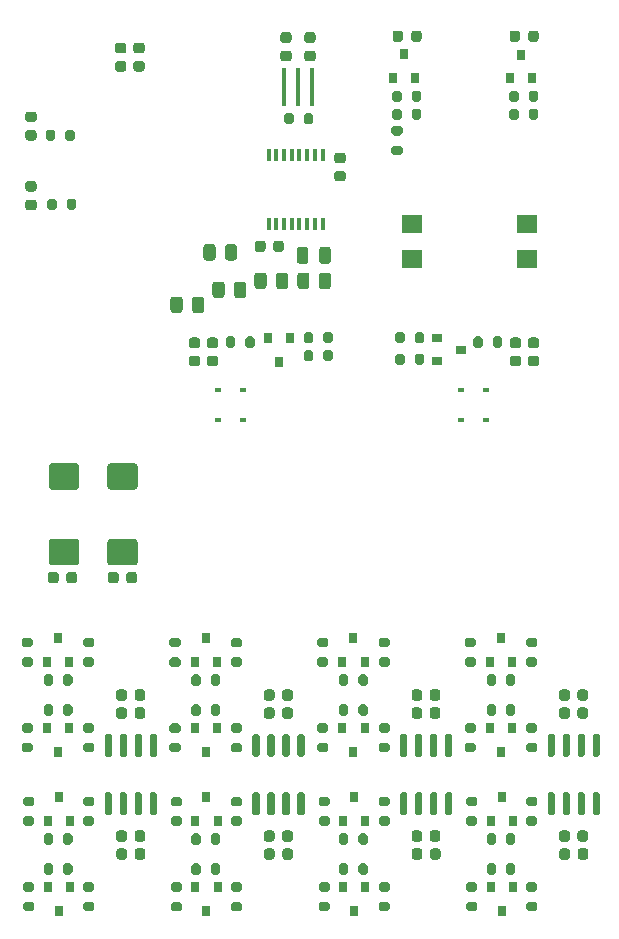
<source format=gbr>
%TF.GenerationSoftware,KiCad,Pcbnew,(5.1.10)-1*%
%TF.CreationDate,2022-01-20T20:18:56+07:00*%
%TF.ProjectId,PCB_4x_pnlz1_3,5043425f-3478-45f7-906e-6c7a315f332e,rev?*%
%TF.SameCoordinates,Original*%
%TF.FileFunction,Paste,Bot*%
%TF.FilePolarity,Positive*%
%FSLAX46Y46*%
G04 Gerber Fmt 4.6, Leading zero omitted, Abs format (unit mm)*
G04 Created by KiCad (PCBNEW (5.1.10)-1) date 2022-01-20 20:18:56*
%MOMM*%
%LPD*%
G01*
G04 APERTURE LIST*
%ADD10R,0.800000X0.900000*%
%ADD11R,0.400000X3.200000*%
%ADD12R,0.400000X1.000000*%
%ADD13R,1.800000X1.500000*%
%ADD14R,0.900000X0.800000*%
%ADD15R,0.600000X0.450000*%
G04 APERTURE END LIST*
%TO.C,C1*%
G36*
G01*
X107791000Y-109919000D02*
X107791000Y-110419000D01*
G75*
G02*
X107566000Y-110644000I-225000J0D01*
G01*
X107116000Y-110644000D01*
G75*
G02*
X106891000Y-110419000I0J225000D01*
G01*
X106891000Y-109919000D01*
G75*
G02*
X107116000Y-109694000I225000J0D01*
G01*
X107566000Y-109694000D01*
G75*
G02*
X107791000Y-109919000I0J-225000D01*
G01*
G37*
G36*
G01*
X106241000Y-109919000D02*
X106241000Y-110419000D01*
G75*
G02*
X106016000Y-110644000I-225000J0D01*
G01*
X105566000Y-110644000D01*
G75*
G02*
X105341000Y-110419000I0J225000D01*
G01*
X105341000Y-109919000D01*
G75*
G02*
X105566000Y-109694000I225000J0D01*
G01*
X106016000Y-109694000D01*
G75*
G02*
X106241000Y-109919000I0J-225000D01*
G01*
G37*
%TD*%
%TO.C,C1*%
G36*
G01*
X95291000Y-109919000D02*
X95291000Y-110419000D01*
G75*
G02*
X95066000Y-110644000I-225000J0D01*
G01*
X94616000Y-110644000D01*
G75*
G02*
X94391000Y-110419000I0J225000D01*
G01*
X94391000Y-109919000D01*
G75*
G02*
X94616000Y-109694000I225000J0D01*
G01*
X95066000Y-109694000D01*
G75*
G02*
X95291000Y-109919000I0J-225000D01*
G01*
G37*
G36*
G01*
X93741000Y-109919000D02*
X93741000Y-110419000D01*
G75*
G02*
X93516000Y-110644000I-225000J0D01*
G01*
X93066000Y-110644000D01*
G75*
G02*
X92841000Y-110419000I0J225000D01*
G01*
X92841000Y-109919000D01*
G75*
G02*
X93066000Y-109694000I225000J0D01*
G01*
X93516000Y-109694000D01*
G75*
G02*
X93741000Y-109919000I0J-225000D01*
G01*
G37*
%TD*%
%TO.C,C1*%
G36*
G01*
X82791000Y-109919000D02*
X82791000Y-110419000D01*
G75*
G02*
X82566000Y-110644000I-225000J0D01*
G01*
X82116000Y-110644000D01*
G75*
G02*
X81891000Y-110419000I0J225000D01*
G01*
X81891000Y-109919000D01*
G75*
G02*
X82116000Y-109694000I225000J0D01*
G01*
X82566000Y-109694000D01*
G75*
G02*
X82791000Y-109919000I0J-225000D01*
G01*
G37*
G36*
G01*
X81241000Y-109919000D02*
X81241000Y-110419000D01*
G75*
G02*
X81016000Y-110644000I-225000J0D01*
G01*
X80566000Y-110644000D01*
G75*
G02*
X80341000Y-110419000I0J225000D01*
G01*
X80341000Y-109919000D01*
G75*
G02*
X80566000Y-109694000I225000J0D01*
G01*
X81016000Y-109694000D01*
G75*
G02*
X81241000Y-109919000I0J-225000D01*
G01*
G37*
%TD*%
%TO.C,C2*%
G36*
G01*
X107791000Y-111443000D02*
X107791000Y-111943000D01*
G75*
G02*
X107566000Y-112168000I-225000J0D01*
G01*
X107116000Y-112168000D01*
G75*
G02*
X106891000Y-111943000I0J225000D01*
G01*
X106891000Y-111443000D01*
G75*
G02*
X107116000Y-111218000I225000J0D01*
G01*
X107566000Y-111218000D01*
G75*
G02*
X107791000Y-111443000I0J-225000D01*
G01*
G37*
G36*
G01*
X106241000Y-111443000D02*
X106241000Y-111943000D01*
G75*
G02*
X106016000Y-112168000I-225000J0D01*
G01*
X105566000Y-112168000D01*
G75*
G02*
X105341000Y-111943000I0J225000D01*
G01*
X105341000Y-111443000D01*
G75*
G02*
X105566000Y-111218000I225000J0D01*
G01*
X106016000Y-111218000D01*
G75*
G02*
X106241000Y-111443000I0J-225000D01*
G01*
G37*
%TD*%
%TO.C,C2*%
G36*
G01*
X95291000Y-111443000D02*
X95291000Y-111943000D01*
G75*
G02*
X95066000Y-112168000I-225000J0D01*
G01*
X94616000Y-112168000D01*
G75*
G02*
X94391000Y-111943000I0J225000D01*
G01*
X94391000Y-111443000D01*
G75*
G02*
X94616000Y-111218000I225000J0D01*
G01*
X95066000Y-111218000D01*
G75*
G02*
X95291000Y-111443000I0J-225000D01*
G01*
G37*
G36*
G01*
X93741000Y-111443000D02*
X93741000Y-111943000D01*
G75*
G02*
X93516000Y-112168000I-225000J0D01*
G01*
X93066000Y-112168000D01*
G75*
G02*
X92841000Y-111943000I0J225000D01*
G01*
X92841000Y-111443000D01*
G75*
G02*
X93066000Y-111218000I225000J0D01*
G01*
X93516000Y-111218000D01*
G75*
G02*
X93741000Y-111443000I0J-225000D01*
G01*
G37*
%TD*%
%TO.C,C2*%
G36*
G01*
X82791000Y-111443000D02*
X82791000Y-111943000D01*
G75*
G02*
X82566000Y-112168000I-225000J0D01*
G01*
X82116000Y-112168000D01*
G75*
G02*
X81891000Y-111943000I0J225000D01*
G01*
X81891000Y-111443000D01*
G75*
G02*
X82116000Y-111218000I225000J0D01*
G01*
X82566000Y-111218000D01*
G75*
G02*
X82791000Y-111443000I0J-225000D01*
G01*
G37*
G36*
G01*
X81241000Y-111443000D02*
X81241000Y-111943000D01*
G75*
G02*
X81016000Y-112168000I-225000J0D01*
G01*
X80566000Y-112168000D01*
G75*
G02*
X80341000Y-111943000I0J225000D01*
G01*
X80341000Y-111443000D01*
G75*
G02*
X80566000Y-111218000I225000J0D01*
G01*
X81016000Y-111218000D01*
G75*
G02*
X81241000Y-111443000I0J-225000D01*
G01*
G37*
%TD*%
%TO.C,C4*%
G36*
G01*
X107791000Y-121857000D02*
X107791000Y-122357000D01*
G75*
G02*
X107566000Y-122582000I-225000J0D01*
G01*
X107116000Y-122582000D01*
G75*
G02*
X106891000Y-122357000I0J225000D01*
G01*
X106891000Y-121857000D01*
G75*
G02*
X107116000Y-121632000I225000J0D01*
G01*
X107566000Y-121632000D01*
G75*
G02*
X107791000Y-121857000I0J-225000D01*
G01*
G37*
G36*
G01*
X106241000Y-121857000D02*
X106241000Y-122357000D01*
G75*
G02*
X106016000Y-122582000I-225000J0D01*
G01*
X105566000Y-122582000D01*
G75*
G02*
X105341000Y-122357000I0J225000D01*
G01*
X105341000Y-121857000D01*
G75*
G02*
X105566000Y-121632000I225000J0D01*
G01*
X106016000Y-121632000D01*
G75*
G02*
X106241000Y-121857000I0J-225000D01*
G01*
G37*
%TD*%
%TO.C,C4*%
G36*
G01*
X95291000Y-121857000D02*
X95291000Y-122357000D01*
G75*
G02*
X95066000Y-122582000I-225000J0D01*
G01*
X94616000Y-122582000D01*
G75*
G02*
X94391000Y-122357000I0J225000D01*
G01*
X94391000Y-121857000D01*
G75*
G02*
X94616000Y-121632000I225000J0D01*
G01*
X95066000Y-121632000D01*
G75*
G02*
X95291000Y-121857000I0J-225000D01*
G01*
G37*
G36*
G01*
X93741000Y-121857000D02*
X93741000Y-122357000D01*
G75*
G02*
X93516000Y-122582000I-225000J0D01*
G01*
X93066000Y-122582000D01*
G75*
G02*
X92841000Y-122357000I0J225000D01*
G01*
X92841000Y-121857000D01*
G75*
G02*
X93066000Y-121632000I225000J0D01*
G01*
X93516000Y-121632000D01*
G75*
G02*
X93741000Y-121857000I0J-225000D01*
G01*
G37*
%TD*%
%TO.C,C4*%
G36*
G01*
X82791000Y-121857000D02*
X82791000Y-122357000D01*
G75*
G02*
X82566000Y-122582000I-225000J0D01*
G01*
X82116000Y-122582000D01*
G75*
G02*
X81891000Y-122357000I0J225000D01*
G01*
X81891000Y-121857000D01*
G75*
G02*
X82116000Y-121632000I225000J0D01*
G01*
X82566000Y-121632000D01*
G75*
G02*
X82791000Y-121857000I0J-225000D01*
G01*
G37*
G36*
G01*
X81241000Y-121857000D02*
X81241000Y-122357000D01*
G75*
G02*
X81016000Y-122582000I-225000J0D01*
G01*
X80566000Y-122582000D01*
G75*
G02*
X80341000Y-122357000I0J225000D01*
G01*
X80341000Y-121857000D01*
G75*
G02*
X80566000Y-121632000I225000J0D01*
G01*
X81016000Y-121632000D01*
G75*
G02*
X81241000Y-121857000I0J-225000D01*
G01*
G37*
%TD*%
%TO.C,C6*%
G36*
G01*
X107804000Y-123381000D02*
X107804000Y-123881000D01*
G75*
G02*
X107579000Y-124106000I-225000J0D01*
G01*
X107129000Y-124106000D01*
G75*
G02*
X106904000Y-123881000I0J225000D01*
G01*
X106904000Y-123381000D01*
G75*
G02*
X107129000Y-123156000I225000J0D01*
G01*
X107579000Y-123156000D01*
G75*
G02*
X107804000Y-123381000I0J-225000D01*
G01*
G37*
G36*
G01*
X106254000Y-123381000D02*
X106254000Y-123881000D01*
G75*
G02*
X106029000Y-124106000I-225000J0D01*
G01*
X105579000Y-124106000D01*
G75*
G02*
X105354000Y-123881000I0J225000D01*
G01*
X105354000Y-123381000D01*
G75*
G02*
X105579000Y-123156000I225000J0D01*
G01*
X106029000Y-123156000D01*
G75*
G02*
X106254000Y-123381000I0J-225000D01*
G01*
G37*
%TD*%
%TO.C,C6*%
G36*
G01*
X95304000Y-123381000D02*
X95304000Y-123881000D01*
G75*
G02*
X95079000Y-124106000I-225000J0D01*
G01*
X94629000Y-124106000D01*
G75*
G02*
X94404000Y-123881000I0J225000D01*
G01*
X94404000Y-123381000D01*
G75*
G02*
X94629000Y-123156000I225000J0D01*
G01*
X95079000Y-123156000D01*
G75*
G02*
X95304000Y-123381000I0J-225000D01*
G01*
G37*
G36*
G01*
X93754000Y-123381000D02*
X93754000Y-123881000D01*
G75*
G02*
X93529000Y-124106000I-225000J0D01*
G01*
X93079000Y-124106000D01*
G75*
G02*
X92854000Y-123881000I0J225000D01*
G01*
X92854000Y-123381000D01*
G75*
G02*
X93079000Y-123156000I225000J0D01*
G01*
X93529000Y-123156000D01*
G75*
G02*
X93754000Y-123381000I0J-225000D01*
G01*
G37*
%TD*%
%TO.C,C6*%
G36*
G01*
X82804000Y-123381000D02*
X82804000Y-123881000D01*
G75*
G02*
X82579000Y-124106000I-225000J0D01*
G01*
X82129000Y-124106000D01*
G75*
G02*
X81904000Y-123881000I0J225000D01*
G01*
X81904000Y-123381000D01*
G75*
G02*
X82129000Y-123156000I225000J0D01*
G01*
X82579000Y-123156000D01*
G75*
G02*
X82804000Y-123381000I0J-225000D01*
G01*
G37*
G36*
G01*
X81254000Y-123381000D02*
X81254000Y-123881000D01*
G75*
G02*
X81029000Y-124106000I-225000J0D01*
G01*
X80579000Y-124106000D01*
G75*
G02*
X80354000Y-123881000I0J225000D01*
G01*
X80354000Y-123381000D01*
G75*
G02*
X80579000Y-123156000I225000J0D01*
G01*
X81029000Y-123156000D01*
G75*
G02*
X81254000Y-123381000I0J-225000D01*
G01*
G37*
%TD*%
D10*
%TO.C,Q1*%
X99472000Y-112963000D03*
X101372000Y-112963000D03*
X100422000Y-114963000D03*
%TD*%
%TO.C,Q1*%
X86972000Y-112963000D03*
X88872000Y-112963000D03*
X87922000Y-114963000D03*
%TD*%
%TO.C,Q1*%
X74472000Y-112963000D03*
X76372000Y-112963000D03*
X75422000Y-114963000D03*
%TD*%
%TO.C,Q4*%
X101372000Y-107375000D03*
X99472000Y-107375000D03*
X100422000Y-105375000D03*
%TD*%
%TO.C,Q4*%
X88872000Y-107375000D03*
X86972000Y-107375000D03*
X87922000Y-105375000D03*
%TD*%
%TO.C,Q4*%
X76372000Y-107375000D03*
X74472000Y-107375000D03*
X75422000Y-105375000D03*
%TD*%
%TO.C,Q6*%
X101433000Y-120837000D03*
X99533000Y-120837000D03*
X100483000Y-118837000D03*
%TD*%
%TO.C,Q6*%
X88933000Y-120837000D03*
X87033000Y-120837000D03*
X87983000Y-118837000D03*
%TD*%
%TO.C,Q6*%
X76433000Y-120837000D03*
X74533000Y-120837000D03*
X75483000Y-118837000D03*
%TD*%
%TO.C,Q8*%
X99533000Y-126425000D03*
X101433000Y-126425000D03*
X100483000Y-128425000D03*
%TD*%
%TO.C,Q8*%
X87033000Y-126425000D03*
X88933000Y-126425000D03*
X87983000Y-128425000D03*
%TD*%
%TO.C,Q8*%
X74533000Y-126425000D03*
X76433000Y-126425000D03*
X75483000Y-128425000D03*
%TD*%
%TO.C,R1*%
G36*
G01*
X98091000Y-115013000D02*
X97541000Y-115013000D01*
G75*
G02*
X97341000Y-114813000I0J200000D01*
G01*
X97341000Y-114413000D01*
G75*
G02*
X97541000Y-114213000I200000J0D01*
G01*
X98091000Y-114213000D01*
G75*
G02*
X98291000Y-114413000I0J-200000D01*
G01*
X98291000Y-114813000D01*
G75*
G02*
X98091000Y-115013000I-200000J0D01*
G01*
G37*
G36*
G01*
X98091000Y-113363000D02*
X97541000Y-113363000D01*
G75*
G02*
X97341000Y-113163000I0J200000D01*
G01*
X97341000Y-112763000D01*
G75*
G02*
X97541000Y-112563000I200000J0D01*
G01*
X98091000Y-112563000D01*
G75*
G02*
X98291000Y-112763000I0J-200000D01*
G01*
X98291000Y-113163000D01*
G75*
G02*
X98091000Y-113363000I-200000J0D01*
G01*
G37*
%TD*%
%TO.C,R1*%
G36*
G01*
X85591000Y-115013000D02*
X85041000Y-115013000D01*
G75*
G02*
X84841000Y-114813000I0J200000D01*
G01*
X84841000Y-114413000D01*
G75*
G02*
X85041000Y-114213000I200000J0D01*
G01*
X85591000Y-114213000D01*
G75*
G02*
X85791000Y-114413000I0J-200000D01*
G01*
X85791000Y-114813000D01*
G75*
G02*
X85591000Y-115013000I-200000J0D01*
G01*
G37*
G36*
G01*
X85591000Y-113363000D02*
X85041000Y-113363000D01*
G75*
G02*
X84841000Y-113163000I0J200000D01*
G01*
X84841000Y-112763000D01*
G75*
G02*
X85041000Y-112563000I200000J0D01*
G01*
X85591000Y-112563000D01*
G75*
G02*
X85791000Y-112763000I0J-200000D01*
G01*
X85791000Y-113163000D01*
G75*
G02*
X85591000Y-113363000I-200000J0D01*
G01*
G37*
%TD*%
%TO.C,R1*%
G36*
G01*
X73091000Y-115013000D02*
X72541000Y-115013000D01*
G75*
G02*
X72341000Y-114813000I0J200000D01*
G01*
X72341000Y-114413000D01*
G75*
G02*
X72541000Y-114213000I200000J0D01*
G01*
X73091000Y-114213000D01*
G75*
G02*
X73291000Y-114413000I0J-200000D01*
G01*
X73291000Y-114813000D01*
G75*
G02*
X73091000Y-115013000I-200000J0D01*
G01*
G37*
G36*
G01*
X73091000Y-113363000D02*
X72541000Y-113363000D01*
G75*
G02*
X72341000Y-113163000I0J200000D01*
G01*
X72341000Y-112763000D01*
G75*
G02*
X72541000Y-112563000I200000J0D01*
G01*
X73091000Y-112563000D01*
G75*
G02*
X73291000Y-112763000I0J-200000D01*
G01*
X73291000Y-113163000D01*
G75*
G02*
X73091000Y-113363000I-200000J0D01*
G01*
G37*
%TD*%
%TO.C,R4*%
G36*
G01*
X102748000Y-105325000D02*
X103298000Y-105325000D01*
G75*
G02*
X103498000Y-105525000I0J-200000D01*
G01*
X103498000Y-105925000D01*
G75*
G02*
X103298000Y-106125000I-200000J0D01*
G01*
X102748000Y-106125000D01*
G75*
G02*
X102548000Y-105925000I0J200000D01*
G01*
X102548000Y-105525000D01*
G75*
G02*
X102748000Y-105325000I200000J0D01*
G01*
G37*
G36*
G01*
X102748000Y-106975000D02*
X103298000Y-106975000D01*
G75*
G02*
X103498000Y-107175000I0J-200000D01*
G01*
X103498000Y-107575000D01*
G75*
G02*
X103298000Y-107775000I-200000J0D01*
G01*
X102748000Y-107775000D01*
G75*
G02*
X102548000Y-107575000I0J200000D01*
G01*
X102548000Y-107175000D01*
G75*
G02*
X102748000Y-106975000I200000J0D01*
G01*
G37*
%TD*%
%TO.C,R4*%
G36*
G01*
X90248000Y-105325000D02*
X90798000Y-105325000D01*
G75*
G02*
X90998000Y-105525000I0J-200000D01*
G01*
X90998000Y-105925000D01*
G75*
G02*
X90798000Y-106125000I-200000J0D01*
G01*
X90248000Y-106125000D01*
G75*
G02*
X90048000Y-105925000I0J200000D01*
G01*
X90048000Y-105525000D01*
G75*
G02*
X90248000Y-105325000I200000J0D01*
G01*
G37*
G36*
G01*
X90248000Y-106975000D02*
X90798000Y-106975000D01*
G75*
G02*
X90998000Y-107175000I0J-200000D01*
G01*
X90998000Y-107575000D01*
G75*
G02*
X90798000Y-107775000I-200000J0D01*
G01*
X90248000Y-107775000D01*
G75*
G02*
X90048000Y-107575000I0J200000D01*
G01*
X90048000Y-107175000D01*
G75*
G02*
X90248000Y-106975000I200000J0D01*
G01*
G37*
%TD*%
%TO.C,R4*%
G36*
G01*
X77748000Y-105325000D02*
X78298000Y-105325000D01*
G75*
G02*
X78498000Y-105525000I0J-200000D01*
G01*
X78498000Y-105925000D01*
G75*
G02*
X78298000Y-106125000I-200000J0D01*
G01*
X77748000Y-106125000D01*
G75*
G02*
X77548000Y-105925000I0J200000D01*
G01*
X77548000Y-105525000D01*
G75*
G02*
X77748000Y-105325000I200000J0D01*
G01*
G37*
G36*
G01*
X77748000Y-106975000D02*
X78298000Y-106975000D01*
G75*
G02*
X78498000Y-107175000I0J-200000D01*
G01*
X78498000Y-107575000D01*
G75*
G02*
X78298000Y-107775000I-200000J0D01*
G01*
X77748000Y-107775000D01*
G75*
G02*
X77548000Y-107575000I0J200000D01*
G01*
X77548000Y-107175000D01*
G75*
G02*
X77748000Y-106975000I200000J0D01*
G01*
G37*
%TD*%
%TO.C,R5*%
G36*
G01*
X102748000Y-112563000D02*
X103298000Y-112563000D01*
G75*
G02*
X103498000Y-112763000I0J-200000D01*
G01*
X103498000Y-113163000D01*
G75*
G02*
X103298000Y-113363000I-200000J0D01*
G01*
X102748000Y-113363000D01*
G75*
G02*
X102548000Y-113163000I0J200000D01*
G01*
X102548000Y-112763000D01*
G75*
G02*
X102748000Y-112563000I200000J0D01*
G01*
G37*
G36*
G01*
X102748000Y-114213000D02*
X103298000Y-114213000D01*
G75*
G02*
X103498000Y-114413000I0J-200000D01*
G01*
X103498000Y-114813000D01*
G75*
G02*
X103298000Y-115013000I-200000J0D01*
G01*
X102748000Y-115013000D01*
G75*
G02*
X102548000Y-114813000I0J200000D01*
G01*
X102548000Y-114413000D01*
G75*
G02*
X102748000Y-114213000I200000J0D01*
G01*
G37*
%TD*%
%TO.C,R5*%
G36*
G01*
X90248000Y-112563000D02*
X90798000Y-112563000D01*
G75*
G02*
X90998000Y-112763000I0J-200000D01*
G01*
X90998000Y-113163000D01*
G75*
G02*
X90798000Y-113363000I-200000J0D01*
G01*
X90248000Y-113363000D01*
G75*
G02*
X90048000Y-113163000I0J200000D01*
G01*
X90048000Y-112763000D01*
G75*
G02*
X90248000Y-112563000I200000J0D01*
G01*
G37*
G36*
G01*
X90248000Y-114213000D02*
X90798000Y-114213000D01*
G75*
G02*
X90998000Y-114413000I0J-200000D01*
G01*
X90998000Y-114813000D01*
G75*
G02*
X90798000Y-115013000I-200000J0D01*
G01*
X90248000Y-115013000D01*
G75*
G02*
X90048000Y-114813000I0J200000D01*
G01*
X90048000Y-114413000D01*
G75*
G02*
X90248000Y-114213000I200000J0D01*
G01*
G37*
%TD*%
%TO.C,R5*%
G36*
G01*
X77748000Y-112563000D02*
X78298000Y-112563000D01*
G75*
G02*
X78498000Y-112763000I0J-200000D01*
G01*
X78498000Y-113163000D01*
G75*
G02*
X78298000Y-113363000I-200000J0D01*
G01*
X77748000Y-113363000D01*
G75*
G02*
X77548000Y-113163000I0J200000D01*
G01*
X77548000Y-112763000D01*
G75*
G02*
X77748000Y-112563000I200000J0D01*
G01*
G37*
G36*
G01*
X77748000Y-114213000D02*
X78298000Y-114213000D01*
G75*
G02*
X78498000Y-114413000I0J-200000D01*
G01*
X78498000Y-114813000D01*
G75*
G02*
X78298000Y-115013000I-200000J0D01*
G01*
X77748000Y-115013000D01*
G75*
G02*
X77548000Y-114813000I0J200000D01*
G01*
X77548000Y-114413000D01*
G75*
G02*
X77748000Y-114213000I200000J0D01*
G01*
G37*
%TD*%
%TO.C,R8*%
G36*
G01*
X98091000Y-107774000D02*
X97541000Y-107774000D01*
G75*
G02*
X97341000Y-107574000I0J200000D01*
G01*
X97341000Y-107174000D01*
G75*
G02*
X97541000Y-106974000I200000J0D01*
G01*
X98091000Y-106974000D01*
G75*
G02*
X98291000Y-107174000I0J-200000D01*
G01*
X98291000Y-107574000D01*
G75*
G02*
X98091000Y-107774000I-200000J0D01*
G01*
G37*
G36*
G01*
X98091000Y-106124000D02*
X97541000Y-106124000D01*
G75*
G02*
X97341000Y-105924000I0J200000D01*
G01*
X97341000Y-105524000D01*
G75*
G02*
X97541000Y-105324000I200000J0D01*
G01*
X98091000Y-105324000D01*
G75*
G02*
X98291000Y-105524000I0J-200000D01*
G01*
X98291000Y-105924000D01*
G75*
G02*
X98091000Y-106124000I-200000J0D01*
G01*
G37*
%TD*%
%TO.C,R8*%
G36*
G01*
X85591000Y-107774000D02*
X85041000Y-107774000D01*
G75*
G02*
X84841000Y-107574000I0J200000D01*
G01*
X84841000Y-107174000D01*
G75*
G02*
X85041000Y-106974000I200000J0D01*
G01*
X85591000Y-106974000D01*
G75*
G02*
X85791000Y-107174000I0J-200000D01*
G01*
X85791000Y-107574000D01*
G75*
G02*
X85591000Y-107774000I-200000J0D01*
G01*
G37*
G36*
G01*
X85591000Y-106124000D02*
X85041000Y-106124000D01*
G75*
G02*
X84841000Y-105924000I0J200000D01*
G01*
X84841000Y-105524000D01*
G75*
G02*
X85041000Y-105324000I200000J0D01*
G01*
X85591000Y-105324000D01*
G75*
G02*
X85791000Y-105524000I0J-200000D01*
G01*
X85791000Y-105924000D01*
G75*
G02*
X85591000Y-106124000I-200000J0D01*
G01*
G37*
%TD*%
%TO.C,R8*%
G36*
G01*
X73091000Y-107774000D02*
X72541000Y-107774000D01*
G75*
G02*
X72341000Y-107574000I0J200000D01*
G01*
X72341000Y-107174000D01*
G75*
G02*
X72541000Y-106974000I200000J0D01*
G01*
X73091000Y-106974000D01*
G75*
G02*
X73291000Y-107174000I0J-200000D01*
G01*
X73291000Y-107574000D01*
G75*
G02*
X73091000Y-107774000I-200000J0D01*
G01*
G37*
G36*
G01*
X73091000Y-106124000D02*
X72541000Y-106124000D01*
G75*
G02*
X72341000Y-105924000I0J200000D01*
G01*
X72341000Y-105524000D01*
G75*
G02*
X72541000Y-105324000I200000J0D01*
G01*
X73091000Y-105324000D01*
G75*
G02*
X73291000Y-105524000I0J-200000D01*
G01*
X73291000Y-105924000D01*
G75*
G02*
X73091000Y-106124000I-200000J0D01*
G01*
G37*
%TD*%
%TO.C,R9*%
G36*
G01*
X99194000Y-111714000D02*
X99194000Y-111164000D01*
G75*
G02*
X99394000Y-110964000I200000J0D01*
G01*
X99794000Y-110964000D01*
G75*
G02*
X99994000Y-111164000I0J-200000D01*
G01*
X99994000Y-111714000D01*
G75*
G02*
X99794000Y-111914000I-200000J0D01*
G01*
X99394000Y-111914000D01*
G75*
G02*
X99194000Y-111714000I0J200000D01*
G01*
G37*
G36*
G01*
X100844000Y-111714000D02*
X100844000Y-111164000D01*
G75*
G02*
X101044000Y-110964000I200000J0D01*
G01*
X101444000Y-110964000D01*
G75*
G02*
X101644000Y-111164000I0J-200000D01*
G01*
X101644000Y-111714000D01*
G75*
G02*
X101444000Y-111914000I-200000J0D01*
G01*
X101044000Y-111914000D01*
G75*
G02*
X100844000Y-111714000I0J200000D01*
G01*
G37*
%TD*%
%TO.C,R9*%
G36*
G01*
X86694000Y-111714000D02*
X86694000Y-111164000D01*
G75*
G02*
X86894000Y-110964000I200000J0D01*
G01*
X87294000Y-110964000D01*
G75*
G02*
X87494000Y-111164000I0J-200000D01*
G01*
X87494000Y-111714000D01*
G75*
G02*
X87294000Y-111914000I-200000J0D01*
G01*
X86894000Y-111914000D01*
G75*
G02*
X86694000Y-111714000I0J200000D01*
G01*
G37*
G36*
G01*
X88344000Y-111714000D02*
X88344000Y-111164000D01*
G75*
G02*
X88544000Y-110964000I200000J0D01*
G01*
X88944000Y-110964000D01*
G75*
G02*
X89144000Y-111164000I0J-200000D01*
G01*
X89144000Y-111714000D01*
G75*
G02*
X88944000Y-111914000I-200000J0D01*
G01*
X88544000Y-111914000D01*
G75*
G02*
X88344000Y-111714000I0J200000D01*
G01*
G37*
%TD*%
%TO.C,R9*%
G36*
G01*
X74194000Y-111714000D02*
X74194000Y-111164000D01*
G75*
G02*
X74394000Y-110964000I200000J0D01*
G01*
X74794000Y-110964000D01*
G75*
G02*
X74994000Y-111164000I0J-200000D01*
G01*
X74994000Y-111714000D01*
G75*
G02*
X74794000Y-111914000I-200000J0D01*
G01*
X74394000Y-111914000D01*
G75*
G02*
X74194000Y-111714000I0J200000D01*
G01*
G37*
G36*
G01*
X75844000Y-111714000D02*
X75844000Y-111164000D01*
G75*
G02*
X76044000Y-110964000I200000J0D01*
G01*
X76444000Y-110964000D01*
G75*
G02*
X76644000Y-111164000I0J-200000D01*
G01*
X76644000Y-111714000D01*
G75*
G02*
X76444000Y-111914000I-200000J0D01*
G01*
X76044000Y-111914000D01*
G75*
G02*
X75844000Y-111714000I0J200000D01*
G01*
G37*
%TD*%
%TO.C,R12*%
G36*
G01*
X101645000Y-108624000D02*
X101645000Y-109174000D01*
G75*
G02*
X101445000Y-109374000I-200000J0D01*
G01*
X101045000Y-109374000D01*
G75*
G02*
X100845000Y-109174000I0J200000D01*
G01*
X100845000Y-108624000D01*
G75*
G02*
X101045000Y-108424000I200000J0D01*
G01*
X101445000Y-108424000D01*
G75*
G02*
X101645000Y-108624000I0J-200000D01*
G01*
G37*
G36*
G01*
X99995000Y-108624000D02*
X99995000Y-109174000D01*
G75*
G02*
X99795000Y-109374000I-200000J0D01*
G01*
X99395000Y-109374000D01*
G75*
G02*
X99195000Y-109174000I0J200000D01*
G01*
X99195000Y-108624000D01*
G75*
G02*
X99395000Y-108424000I200000J0D01*
G01*
X99795000Y-108424000D01*
G75*
G02*
X99995000Y-108624000I0J-200000D01*
G01*
G37*
%TD*%
%TO.C,R12*%
G36*
G01*
X89145000Y-108624000D02*
X89145000Y-109174000D01*
G75*
G02*
X88945000Y-109374000I-200000J0D01*
G01*
X88545000Y-109374000D01*
G75*
G02*
X88345000Y-109174000I0J200000D01*
G01*
X88345000Y-108624000D01*
G75*
G02*
X88545000Y-108424000I200000J0D01*
G01*
X88945000Y-108424000D01*
G75*
G02*
X89145000Y-108624000I0J-200000D01*
G01*
G37*
G36*
G01*
X87495000Y-108624000D02*
X87495000Y-109174000D01*
G75*
G02*
X87295000Y-109374000I-200000J0D01*
G01*
X86895000Y-109374000D01*
G75*
G02*
X86695000Y-109174000I0J200000D01*
G01*
X86695000Y-108624000D01*
G75*
G02*
X86895000Y-108424000I200000J0D01*
G01*
X87295000Y-108424000D01*
G75*
G02*
X87495000Y-108624000I0J-200000D01*
G01*
G37*
%TD*%
%TO.C,R12*%
G36*
G01*
X76645000Y-108624000D02*
X76645000Y-109174000D01*
G75*
G02*
X76445000Y-109374000I-200000J0D01*
G01*
X76045000Y-109374000D01*
G75*
G02*
X75845000Y-109174000I0J200000D01*
G01*
X75845000Y-108624000D01*
G75*
G02*
X76045000Y-108424000I200000J0D01*
G01*
X76445000Y-108424000D01*
G75*
G02*
X76645000Y-108624000I0J-200000D01*
G01*
G37*
G36*
G01*
X74995000Y-108624000D02*
X74995000Y-109174000D01*
G75*
G02*
X74795000Y-109374000I-200000J0D01*
G01*
X74395000Y-109374000D01*
G75*
G02*
X74195000Y-109174000I0J200000D01*
G01*
X74195000Y-108624000D01*
G75*
G02*
X74395000Y-108424000I200000J0D01*
G01*
X74795000Y-108424000D01*
G75*
G02*
X74995000Y-108624000I0J-200000D01*
G01*
G37*
%TD*%
%TO.C,R14*%
G36*
G01*
X101644000Y-122086000D02*
X101644000Y-122636000D01*
G75*
G02*
X101444000Y-122836000I-200000J0D01*
G01*
X101044000Y-122836000D01*
G75*
G02*
X100844000Y-122636000I0J200000D01*
G01*
X100844000Y-122086000D01*
G75*
G02*
X101044000Y-121886000I200000J0D01*
G01*
X101444000Y-121886000D01*
G75*
G02*
X101644000Y-122086000I0J-200000D01*
G01*
G37*
G36*
G01*
X99994000Y-122086000D02*
X99994000Y-122636000D01*
G75*
G02*
X99794000Y-122836000I-200000J0D01*
G01*
X99394000Y-122836000D01*
G75*
G02*
X99194000Y-122636000I0J200000D01*
G01*
X99194000Y-122086000D01*
G75*
G02*
X99394000Y-121886000I200000J0D01*
G01*
X99794000Y-121886000D01*
G75*
G02*
X99994000Y-122086000I0J-200000D01*
G01*
G37*
%TD*%
%TO.C,R14*%
G36*
G01*
X89144000Y-122086000D02*
X89144000Y-122636000D01*
G75*
G02*
X88944000Y-122836000I-200000J0D01*
G01*
X88544000Y-122836000D01*
G75*
G02*
X88344000Y-122636000I0J200000D01*
G01*
X88344000Y-122086000D01*
G75*
G02*
X88544000Y-121886000I200000J0D01*
G01*
X88944000Y-121886000D01*
G75*
G02*
X89144000Y-122086000I0J-200000D01*
G01*
G37*
G36*
G01*
X87494000Y-122086000D02*
X87494000Y-122636000D01*
G75*
G02*
X87294000Y-122836000I-200000J0D01*
G01*
X86894000Y-122836000D01*
G75*
G02*
X86694000Y-122636000I0J200000D01*
G01*
X86694000Y-122086000D01*
G75*
G02*
X86894000Y-121886000I200000J0D01*
G01*
X87294000Y-121886000D01*
G75*
G02*
X87494000Y-122086000I0J-200000D01*
G01*
G37*
%TD*%
%TO.C,R14*%
G36*
G01*
X76644000Y-122086000D02*
X76644000Y-122636000D01*
G75*
G02*
X76444000Y-122836000I-200000J0D01*
G01*
X76044000Y-122836000D01*
G75*
G02*
X75844000Y-122636000I0J200000D01*
G01*
X75844000Y-122086000D01*
G75*
G02*
X76044000Y-121886000I200000J0D01*
G01*
X76444000Y-121886000D01*
G75*
G02*
X76644000Y-122086000I0J-200000D01*
G01*
G37*
G36*
G01*
X74994000Y-122086000D02*
X74994000Y-122636000D01*
G75*
G02*
X74794000Y-122836000I-200000J0D01*
G01*
X74394000Y-122836000D01*
G75*
G02*
X74194000Y-122636000I0J200000D01*
G01*
X74194000Y-122086000D01*
G75*
G02*
X74394000Y-121886000I200000J0D01*
G01*
X74794000Y-121886000D01*
G75*
G02*
X74994000Y-122086000I0J-200000D01*
G01*
G37*
%TD*%
%TO.C,R16*%
G36*
G01*
X99194000Y-125176000D02*
X99194000Y-124626000D01*
G75*
G02*
X99394000Y-124426000I200000J0D01*
G01*
X99794000Y-124426000D01*
G75*
G02*
X99994000Y-124626000I0J-200000D01*
G01*
X99994000Y-125176000D01*
G75*
G02*
X99794000Y-125376000I-200000J0D01*
G01*
X99394000Y-125376000D01*
G75*
G02*
X99194000Y-125176000I0J200000D01*
G01*
G37*
G36*
G01*
X100844000Y-125176000D02*
X100844000Y-124626000D01*
G75*
G02*
X101044000Y-124426000I200000J0D01*
G01*
X101444000Y-124426000D01*
G75*
G02*
X101644000Y-124626000I0J-200000D01*
G01*
X101644000Y-125176000D01*
G75*
G02*
X101444000Y-125376000I-200000J0D01*
G01*
X101044000Y-125376000D01*
G75*
G02*
X100844000Y-125176000I0J200000D01*
G01*
G37*
%TD*%
%TO.C,R16*%
G36*
G01*
X86694000Y-125176000D02*
X86694000Y-124626000D01*
G75*
G02*
X86894000Y-124426000I200000J0D01*
G01*
X87294000Y-124426000D01*
G75*
G02*
X87494000Y-124626000I0J-200000D01*
G01*
X87494000Y-125176000D01*
G75*
G02*
X87294000Y-125376000I-200000J0D01*
G01*
X86894000Y-125376000D01*
G75*
G02*
X86694000Y-125176000I0J200000D01*
G01*
G37*
G36*
G01*
X88344000Y-125176000D02*
X88344000Y-124626000D01*
G75*
G02*
X88544000Y-124426000I200000J0D01*
G01*
X88944000Y-124426000D01*
G75*
G02*
X89144000Y-124626000I0J-200000D01*
G01*
X89144000Y-125176000D01*
G75*
G02*
X88944000Y-125376000I-200000J0D01*
G01*
X88544000Y-125376000D01*
G75*
G02*
X88344000Y-125176000I0J200000D01*
G01*
G37*
%TD*%
%TO.C,R16*%
G36*
G01*
X74194000Y-125176000D02*
X74194000Y-124626000D01*
G75*
G02*
X74394000Y-124426000I200000J0D01*
G01*
X74794000Y-124426000D01*
G75*
G02*
X74994000Y-124626000I0J-200000D01*
G01*
X74994000Y-125176000D01*
G75*
G02*
X74794000Y-125376000I-200000J0D01*
G01*
X74394000Y-125376000D01*
G75*
G02*
X74194000Y-125176000I0J200000D01*
G01*
G37*
G36*
G01*
X75844000Y-125176000D02*
X75844000Y-124626000D01*
G75*
G02*
X76044000Y-124426000I200000J0D01*
G01*
X76444000Y-124426000D01*
G75*
G02*
X76644000Y-124626000I0J-200000D01*
G01*
X76644000Y-125176000D01*
G75*
G02*
X76444000Y-125376000I-200000J0D01*
G01*
X76044000Y-125376000D01*
G75*
G02*
X75844000Y-125176000I0J200000D01*
G01*
G37*
%TD*%
%TO.C,R18*%
G36*
G01*
X97668000Y-118787000D02*
X98218000Y-118787000D01*
G75*
G02*
X98418000Y-118987000I0J-200000D01*
G01*
X98418000Y-119387000D01*
G75*
G02*
X98218000Y-119587000I-200000J0D01*
G01*
X97668000Y-119587000D01*
G75*
G02*
X97468000Y-119387000I0J200000D01*
G01*
X97468000Y-118987000D01*
G75*
G02*
X97668000Y-118787000I200000J0D01*
G01*
G37*
G36*
G01*
X97668000Y-120437000D02*
X98218000Y-120437000D01*
G75*
G02*
X98418000Y-120637000I0J-200000D01*
G01*
X98418000Y-121037000D01*
G75*
G02*
X98218000Y-121237000I-200000J0D01*
G01*
X97668000Y-121237000D01*
G75*
G02*
X97468000Y-121037000I0J200000D01*
G01*
X97468000Y-120637000D01*
G75*
G02*
X97668000Y-120437000I200000J0D01*
G01*
G37*
%TD*%
%TO.C,R18*%
G36*
G01*
X85168000Y-118787000D02*
X85718000Y-118787000D01*
G75*
G02*
X85918000Y-118987000I0J-200000D01*
G01*
X85918000Y-119387000D01*
G75*
G02*
X85718000Y-119587000I-200000J0D01*
G01*
X85168000Y-119587000D01*
G75*
G02*
X84968000Y-119387000I0J200000D01*
G01*
X84968000Y-118987000D01*
G75*
G02*
X85168000Y-118787000I200000J0D01*
G01*
G37*
G36*
G01*
X85168000Y-120437000D02*
X85718000Y-120437000D01*
G75*
G02*
X85918000Y-120637000I0J-200000D01*
G01*
X85918000Y-121037000D01*
G75*
G02*
X85718000Y-121237000I-200000J0D01*
G01*
X85168000Y-121237000D01*
G75*
G02*
X84968000Y-121037000I0J200000D01*
G01*
X84968000Y-120637000D01*
G75*
G02*
X85168000Y-120437000I200000J0D01*
G01*
G37*
%TD*%
%TO.C,R18*%
G36*
G01*
X72668000Y-118787000D02*
X73218000Y-118787000D01*
G75*
G02*
X73418000Y-118987000I0J-200000D01*
G01*
X73418000Y-119387000D01*
G75*
G02*
X73218000Y-119587000I-200000J0D01*
G01*
X72668000Y-119587000D01*
G75*
G02*
X72468000Y-119387000I0J200000D01*
G01*
X72468000Y-118987000D01*
G75*
G02*
X72668000Y-118787000I200000J0D01*
G01*
G37*
G36*
G01*
X72668000Y-120437000D02*
X73218000Y-120437000D01*
G75*
G02*
X73418000Y-120637000I0J-200000D01*
G01*
X73418000Y-121037000D01*
G75*
G02*
X73218000Y-121237000I-200000J0D01*
G01*
X72668000Y-121237000D01*
G75*
G02*
X72468000Y-121037000I0J200000D01*
G01*
X72468000Y-120637000D01*
G75*
G02*
X72668000Y-120437000I200000J0D01*
G01*
G37*
%TD*%
%TO.C,R20*%
G36*
G01*
X103298000Y-128475000D02*
X102748000Y-128475000D01*
G75*
G02*
X102548000Y-128275000I0J200000D01*
G01*
X102548000Y-127875000D01*
G75*
G02*
X102748000Y-127675000I200000J0D01*
G01*
X103298000Y-127675000D01*
G75*
G02*
X103498000Y-127875000I0J-200000D01*
G01*
X103498000Y-128275000D01*
G75*
G02*
X103298000Y-128475000I-200000J0D01*
G01*
G37*
G36*
G01*
X103298000Y-126825000D02*
X102748000Y-126825000D01*
G75*
G02*
X102548000Y-126625000I0J200000D01*
G01*
X102548000Y-126225000D01*
G75*
G02*
X102748000Y-126025000I200000J0D01*
G01*
X103298000Y-126025000D01*
G75*
G02*
X103498000Y-126225000I0J-200000D01*
G01*
X103498000Y-126625000D01*
G75*
G02*
X103298000Y-126825000I-200000J0D01*
G01*
G37*
%TD*%
%TO.C,R20*%
G36*
G01*
X90798000Y-128475000D02*
X90248000Y-128475000D01*
G75*
G02*
X90048000Y-128275000I0J200000D01*
G01*
X90048000Y-127875000D01*
G75*
G02*
X90248000Y-127675000I200000J0D01*
G01*
X90798000Y-127675000D01*
G75*
G02*
X90998000Y-127875000I0J-200000D01*
G01*
X90998000Y-128275000D01*
G75*
G02*
X90798000Y-128475000I-200000J0D01*
G01*
G37*
G36*
G01*
X90798000Y-126825000D02*
X90248000Y-126825000D01*
G75*
G02*
X90048000Y-126625000I0J200000D01*
G01*
X90048000Y-126225000D01*
G75*
G02*
X90248000Y-126025000I200000J0D01*
G01*
X90798000Y-126025000D01*
G75*
G02*
X90998000Y-126225000I0J-200000D01*
G01*
X90998000Y-126625000D01*
G75*
G02*
X90798000Y-126825000I-200000J0D01*
G01*
G37*
%TD*%
%TO.C,R20*%
G36*
G01*
X78298000Y-128475000D02*
X77748000Y-128475000D01*
G75*
G02*
X77548000Y-128275000I0J200000D01*
G01*
X77548000Y-127875000D01*
G75*
G02*
X77748000Y-127675000I200000J0D01*
G01*
X78298000Y-127675000D01*
G75*
G02*
X78498000Y-127875000I0J-200000D01*
G01*
X78498000Y-128275000D01*
G75*
G02*
X78298000Y-128475000I-200000J0D01*
G01*
G37*
G36*
G01*
X78298000Y-126825000D02*
X77748000Y-126825000D01*
G75*
G02*
X77548000Y-126625000I0J200000D01*
G01*
X77548000Y-126225000D01*
G75*
G02*
X77748000Y-126025000I200000J0D01*
G01*
X78298000Y-126025000D01*
G75*
G02*
X78498000Y-126225000I0J-200000D01*
G01*
X78498000Y-126625000D01*
G75*
G02*
X78298000Y-126825000I-200000J0D01*
G01*
G37*
%TD*%
%TO.C,R22*%
G36*
G01*
X102748000Y-118787000D02*
X103298000Y-118787000D01*
G75*
G02*
X103498000Y-118987000I0J-200000D01*
G01*
X103498000Y-119387000D01*
G75*
G02*
X103298000Y-119587000I-200000J0D01*
G01*
X102748000Y-119587000D01*
G75*
G02*
X102548000Y-119387000I0J200000D01*
G01*
X102548000Y-118987000D01*
G75*
G02*
X102748000Y-118787000I200000J0D01*
G01*
G37*
G36*
G01*
X102748000Y-120437000D02*
X103298000Y-120437000D01*
G75*
G02*
X103498000Y-120637000I0J-200000D01*
G01*
X103498000Y-121037000D01*
G75*
G02*
X103298000Y-121237000I-200000J0D01*
G01*
X102748000Y-121237000D01*
G75*
G02*
X102548000Y-121037000I0J200000D01*
G01*
X102548000Y-120637000D01*
G75*
G02*
X102748000Y-120437000I200000J0D01*
G01*
G37*
%TD*%
%TO.C,R22*%
G36*
G01*
X90248000Y-118787000D02*
X90798000Y-118787000D01*
G75*
G02*
X90998000Y-118987000I0J-200000D01*
G01*
X90998000Y-119387000D01*
G75*
G02*
X90798000Y-119587000I-200000J0D01*
G01*
X90248000Y-119587000D01*
G75*
G02*
X90048000Y-119387000I0J200000D01*
G01*
X90048000Y-118987000D01*
G75*
G02*
X90248000Y-118787000I200000J0D01*
G01*
G37*
G36*
G01*
X90248000Y-120437000D02*
X90798000Y-120437000D01*
G75*
G02*
X90998000Y-120637000I0J-200000D01*
G01*
X90998000Y-121037000D01*
G75*
G02*
X90798000Y-121237000I-200000J0D01*
G01*
X90248000Y-121237000D01*
G75*
G02*
X90048000Y-121037000I0J200000D01*
G01*
X90048000Y-120637000D01*
G75*
G02*
X90248000Y-120437000I200000J0D01*
G01*
G37*
%TD*%
%TO.C,R22*%
G36*
G01*
X77748000Y-118787000D02*
X78298000Y-118787000D01*
G75*
G02*
X78498000Y-118987000I0J-200000D01*
G01*
X78498000Y-119387000D01*
G75*
G02*
X78298000Y-119587000I-200000J0D01*
G01*
X77748000Y-119587000D01*
G75*
G02*
X77548000Y-119387000I0J200000D01*
G01*
X77548000Y-118987000D01*
G75*
G02*
X77748000Y-118787000I200000J0D01*
G01*
G37*
G36*
G01*
X77748000Y-120437000D02*
X78298000Y-120437000D01*
G75*
G02*
X78498000Y-120637000I0J-200000D01*
G01*
X78498000Y-121037000D01*
G75*
G02*
X78298000Y-121237000I-200000J0D01*
G01*
X77748000Y-121237000D01*
G75*
G02*
X77548000Y-121037000I0J200000D01*
G01*
X77548000Y-120637000D01*
G75*
G02*
X77748000Y-120437000I200000J0D01*
G01*
G37*
%TD*%
%TO.C,R24*%
G36*
G01*
X98218000Y-128475000D02*
X97668000Y-128475000D01*
G75*
G02*
X97468000Y-128275000I0J200000D01*
G01*
X97468000Y-127875000D01*
G75*
G02*
X97668000Y-127675000I200000J0D01*
G01*
X98218000Y-127675000D01*
G75*
G02*
X98418000Y-127875000I0J-200000D01*
G01*
X98418000Y-128275000D01*
G75*
G02*
X98218000Y-128475000I-200000J0D01*
G01*
G37*
G36*
G01*
X98218000Y-126825000D02*
X97668000Y-126825000D01*
G75*
G02*
X97468000Y-126625000I0J200000D01*
G01*
X97468000Y-126225000D01*
G75*
G02*
X97668000Y-126025000I200000J0D01*
G01*
X98218000Y-126025000D01*
G75*
G02*
X98418000Y-126225000I0J-200000D01*
G01*
X98418000Y-126625000D01*
G75*
G02*
X98218000Y-126825000I-200000J0D01*
G01*
G37*
%TD*%
%TO.C,R24*%
G36*
G01*
X85718000Y-128475000D02*
X85168000Y-128475000D01*
G75*
G02*
X84968000Y-128275000I0J200000D01*
G01*
X84968000Y-127875000D01*
G75*
G02*
X85168000Y-127675000I200000J0D01*
G01*
X85718000Y-127675000D01*
G75*
G02*
X85918000Y-127875000I0J-200000D01*
G01*
X85918000Y-128275000D01*
G75*
G02*
X85718000Y-128475000I-200000J0D01*
G01*
G37*
G36*
G01*
X85718000Y-126825000D02*
X85168000Y-126825000D01*
G75*
G02*
X84968000Y-126625000I0J200000D01*
G01*
X84968000Y-126225000D01*
G75*
G02*
X85168000Y-126025000I200000J0D01*
G01*
X85718000Y-126025000D01*
G75*
G02*
X85918000Y-126225000I0J-200000D01*
G01*
X85918000Y-126625000D01*
G75*
G02*
X85718000Y-126825000I-200000J0D01*
G01*
G37*
%TD*%
%TO.C,R24*%
G36*
G01*
X73218000Y-128475000D02*
X72668000Y-128475000D01*
G75*
G02*
X72468000Y-128275000I0J200000D01*
G01*
X72468000Y-127875000D01*
G75*
G02*
X72668000Y-127675000I200000J0D01*
G01*
X73218000Y-127675000D01*
G75*
G02*
X73418000Y-127875000I0J-200000D01*
G01*
X73418000Y-128275000D01*
G75*
G02*
X73218000Y-128475000I-200000J0D01*
G01*
G37*
G36*
G01*
X73218000Y-126825000D02*
X72668000Y-126825000D01*
G75*
G02*
X72468000Y-126625000I0J200000D01*
G01*
X72468000Y-126225000D01*
G75*
G02*
X72668000Y-126025000I200000J0D01*
G01*
X73218000Y-126025000D01*
G75*
G02*
X73418000Y-126225000I0J-200000D01*
G01*
X73418000Y-126625000D01*
G75*
G02*
X73218000Y-126825000I-200000J0D01*
G01*
G37*
%TD*%
%TO.C,U1*%
G36*
G01*
X104524000Y-113450000D02*
X104824000Y-113450000D01*
G75*
G02*
X104974000Y-113600000I0J-150000D01*
G01*
X104974000Y-115250000D01*
G75*
G02*
X104824000Y-115400000I-150000J0D01*
G01*
X104524000Y-115400000D01*
G75*
G02*
X104374000Y-115250000I0J150000D01*
G01*
X104374000Y-113600000D01*
G75*
G02*
X104524000Y-113450000I150000J0D01*
G01*
G37*
G36*
G01*
X105794000Y-113450000D02*
X106094000Y-113450000D01*
G75*
G02*
X106244000Y-113600000I0J-150000D01*
G01*
X106244000Y-115250000D01*
G75*
G02*
X106094000Y-115400000I-150000J0D01*
G01*
X105794000Y-115400000D01*
G75*
G02*
X105644000Y-115250000I0J150000D01*
G01*
X105644000Y-113600000D01*
G75*
G02*
X105794000Y-113450000I150000J0D01*
G01*
G37*
G36*
G01*
X107064000Y-113450000D02*
X107364000Y-113450000D01*
G75*
G02*
X107514000Y-113600000I0J-150000D01*
G01*
X107514000Y-115250000D01*
G75*
G02*
X107364000Y-115400000I-150000J0D01*
G01*
X107064000Y-115400000D01*
G75*
G02*
X106914000Y-115250000I0J150000D01*
G01*
X106914000Y-113600000D01*
G75*
G02*
X107064000Y-113450000I150000J0D01*
G01*
G37*
G36*
G01*
X108334000Y-113450000D02*
X108634000Y-113450000D01*
G75*
G02*
X108784000Y-113600000I0J-150000D01*
G01*
X108784000Y-115250000D01*
G75*
G02*
X108634000Y-115400000I-150000J0D01*
G01*
X108334000Y-115400000D01*
G75*
G02*
X108184000Y-115250000I0J150000D01*
G01*
X108184000Y-113600000D01*
G75*
G02*
X108334000Y-113450000I150000J0D01*
G01*
G37*
G36*
G01*
X108334000Y-118400000D02*
X108634000Y-118400000D01*
G75*
G02*
X108784000Y-118550000I0J-150000D01*
G01*
X108784000Y-120200000D01*
G75*
G02*
X108634000Y-120350000I-150000J0D01*
G01*
X108334000Y-120350000D01*
G75*
G02*
X108184000Y-120200000I0J150000D01*
G01*
X108184000Y-118550000D01*
G75*
G02*
X108334000Y-118400000I150000J0D01*
G01*
G37*
G36*
G01*
X107064000Y-118400000D02*
X107364000Y-118400000D01*
G75*
G02*
X107514000Y-118550000I0J-150000D01*
G01*
X107514000Y-120200000D01*
G75*
G02*
X107364000Y-120350000I-150000J0D01*
G01*
X107064000Y-120350000D01*
G75*
G02*
X106914000Y-120200000I0J150000D01*
G01*
X106914000Y-118550000D01*
G75*
G02*
X107064000Y-118400000I150000J0D01*
G01*
G37*
G36*
G01*
X105794000Y-118400000D02*
X106094000Y-118400000D01*
G75*
G02*
X106244000Y-118550000I0J-150000D01*
G01*
X106244000Y-120200000D01*
G75*
G02*
X106094000Y-120350000I-150000J0D01*
G01*
X105794000Y-120350000D01*
G75*
G02*
X105644000Y-120200000I0J150000D01*
G01*
X105644000Y-118550000D01*
G75*
G02*
X105794000Y-118400000I150000J0D01*
G01*
G37*
G36*
G01*
X104524000Y-118400000D02*
X104824000Y-118400000D01*
G75*
G02*
X104974000Y-118550000I0J-150000D01*
G01*
X104974000Y-120200000D01*
G75*
G02*
X104824000Y-120350000I-150000J0D01*
G01*
X104524000Y-120350000D01*
G75*
G02*
X104374000Y-120200000I0J150000D01*
G01*
X104374000Y-118550000D01*
G75*
G02*
X104524000Y-118400000I150000J0D01*
G01*
G37*
%TD*%
%TO.C,U1*%
G36*
G01*
X92024000Y-113450000D02*
X92324000Y-113450000D01*
G75*
G02*
X92474000Y-113600000I0J-150000D01*
G01*
X92474000Y-115250000D01*
G75*
G02*
X92324000Y-115400000I-150000J0D01*
G01*
X92024000Y-115400000D01*
G75*
G02*
X91874000Y-115250000I0J150000D01*
G01*
X91874000Y-113600000D01*
G75*
G02*
X92024000Y-113450000I150000J0D01*
G01*
G37*
G36*
G01*
X93294000Y-113450000D02*
X93594000Y-113450000D01*
G75*
G02*
X93744000Y-113600000I0J-150000D01*
G01*
X93744000Y-115250000D01*
G75*
G02*
X93594000Y-115400000I-150000J0D01*
G01*
X93294000Y-115400000D01*
G75*
G02*
X93144000Y-115250000I0J150000D01*
G01*
X93144000Y-113600000D01*
G75*
G02*
X93294000Y-113450000I150000J0D01*
G01*
G37*
G36*
G01*
X94564000Y-113450000D02*
X94864000Y-113450000D01*
G75*
G02*
X95014000Y-113600000I0J-150000D01*
G01*
X95014000Y-115250000D01*
G75*
G02*
X94864000Y-115400000I-150000J0D01*
G01*
X94564000Y-115400000D01*
G75*
G02*
X94414000Y-115250000I0J150000D01*
G01*
X94414000Y-113600000D01*
G75*
G02*
X94564000Y-113450000I150000J0D01*
G01*
G37*
G36*
G01*
X95834000Y-113450000D02*
X96134000Y-113450000D01*
G75*
G02*
X96284000Y-113600000I0J-150000D01*
G01*
X96284000Y-115250000D01*
G75*
G02*
X96134000Y-115400000I-150000J0D01*
G01*
X95834000Y-115400000D01*
G75*
G02*
X95684000Y-115250000I0J150000D01*
G01*
X95684000Y-113600000D01*
G75*
G02*
X95834000Y-113450000I150000J0D01*
G01*
G37*
G36*
G01*
X95834000Y-118400000D02*
X96134000Y-118400000D01*
G75*
G02*
X96284000Y-118550000I0J-150000D01*
G01*
X96284000Y-120200000D01*
G75*
G02*
X96134000Y-120350000I-150000J0D01*
G01*
X95834000Y-120350000D01*
G75*
G02*
X95684000Y-120200000I0J150000D01*
G01*
X95684000Y-118550000D01*
G75*
G02*
X95834000Y-118400000I150000J0D01*
G01*
G37*
G36*
G01*
X94564000Y-118400000D02*
X94864000Y-118400000D01*
G75*
G02*
X95014000Y-118550000I0J-150000D01*
G01*
X95014000Y-120200000D01*
G75*
G02*
X94864000Y-120350000I-150000J0D01*
G01*
X94564000Y-120350000D01*
G75*
G02*
X94414000Y-120200000I0J150000D01*
G01*
X94414000Y-118550000D01*
G75*
G02*
X94564000Y-118400000I150000J0D01*
G01*
G37*
G36*
G01*
X93294000Y-118400000D02*
X93594000Y-118400000D01*
G75*
G02*
X93744000Y-118550000I0J-150000D01*
G01*
X93744000Y-120200000D01*
G75*
G02*
X93594000Y-120350000I-150000J0D01*
G01*
X93294000Y-120350000D01*
G75*
G02*
X93144000Y-120200000I0J150000D01*
G01*
X93144000Y-118550000D01*
G75*
G02*
X93294000Y-118400000I150000J0D01*
G01*
G37*
G36*
G01*
X92024000Y-118400000D02*
X92324000Y-118400000D01*
G75*
G02*
X92474000Y-118550000I0J-150000D01*
G01*
X92474000Y-120200000D01*
G75*
G02*
X92324000Y-120350000I-150000J0D01*
G01*
X92024000Y-120350000D01*
G75*
G02*
X91874000Y-120200000I0J150000D01*
G01*
X91874000Y-118550000D01*
G75*
G02*
X92024000Y-118400000I150000J0D01*
G01*
G37*
%TD*%
%TO.C,U1*%
G36*
G01*
X79524000Y-113450000D02*
X79824000Y-113450000D01*
G75*
G02*
X79974000Y-113600000I0J-150000D01*
G01*
X79974000Y-115250000D01*
G75*
G02*
X79824000Y-115400000I-150000J0D01*
G01*
X79524000Y-115400000D01*
G75*
G02*
X79374000Y-115250000I0J150000D01*
G01*
X79374000Y-113600000D01*
G75*
G02*
X79524000Y-113450000I150000J0D01*
G01*
G37*
G36*
G01*
X80794000Y-113450000D02*
X81094000Y-113450000D01*
G75*
G02*
X81244000Y-113600000I0J-150000D01*
G01*
X81244000Y-115250000D01*
G75*
G02*
X81094000Y-115400000I-150000J0D01*
G01*
X80794000Y-115400000D01*
G75*
G02*
X80644000Y-115250000I0J150000D01*
G01*
X80644000Y-113600000D01*
G75*
G02*
X80794000Y-113450000I150000J0D01*
G01*
G37*
G36*
G01*
X82064000Y-113450000D02*
X82364000Y-113450000D01*
G75*
G02*
X82514000Y-113600000I0J-150000D01*
G01*
X82514000Y-115250000D01*
G75*
G02*
X82364000Y-115400000I-150000J0D01*
G01*
X82064000Y-115400000D01*
G75*
G02*
X81914000Y-115250000I0J150000D01*
G01*
X81914000Y-113600000D01*
G75*
G02*
X82064000Y-113450000I150000J0D01*
G01*
G37*
G36*
G01*
X83334000Y-113450000D02*
X83634000Y-113450000D01*
G75*
G02*
X83784000Y-113600000I0J-150000D01*
G01*
X83784000Y-115250000D01*
G75*
G02*
X83634000Y-115400000I-150000J0D01*
G01*
X83334000Y-115400000D01*
G75*
G02*
X83184000Y-115250000I0J150000D01*
G01*
X83184000Y-113600000D01*
G75*
G02*
X83334000Y-113450000I150000J0D01*
G01*
G37*
G36*
G01*
X83334000Y-118400000D02*
X83634000Y-118400000D01*
G75*
G02*
X83784000Y-118550000I0J-150000D01*
G01*
X83784000Y-120200000D01*
G75*
G02*
X83634000Y-120350000I-150000J0D01*
G01*
X83334000Y-120350000D01*
G75*
G02*
X83184000Y-120200000I0J150000D01*
G01*
X83184000Y-118550000D01*
G75*
G02*
X83334000Y-118400000I150000J0D01*
G01*
G37*
G36*
G01*
X82064000Y-118400000D02*
X82364000Y-118400000D01*
G75*
G02*
X82514000Y-118550000I0J-150000D01*
G01*
X82514000Y-120200000D01*
G75*
G02*
X82364000Y-120350000I-150000J0D01*
G01*
X82064000Y-120350000D01*
G75*
G02*
X81914000Y-120200000I0J150000D01*
G01*
X81914000Y-118550000D01*
G75*
G02*
X82064000Y-118400000I150000J0D01*
G01*
G37*
G36*
G01*
X80794000Y-118400000D02*
X81094000Y-118400000D01*
G75*
G02*
X81244000Y-118550000I0J-150000D01*
G01*
X81244000Y-120200000D01*
G75*
G02*
X81094000Y-120350000I-150000J0D01*
G01*
X80794000Y-120350000D01*
G75*
G02*
X80644000Y-120200000I0J150000D01*
G01*
X80644000Y-118550000D01*
G75*
G02*
X80794000Y-118400000I150000J0D01*
G01*
G37*
G36*
G01*
X79524000Y-118400000D02*
X79824000Y-118400000D01*
G75*
G02*
X79974000Y-118550000I0J-150000D01*
G01*
X79974000Y-120200000D01*
G75*
G02*
X79824000Y-120350000I-150000J0D01*
G01*
X79524000Y-120350000D01*
G75*
G02*
X79374000Y-120200000I0J150000D01*
G01*
X79374000Y-118550000D01*
G75*
G02*
X79524000Y-118400000I150000J0D01*
G01*
G37*
%TD*%
%TO.C,R27*%
G36*
G01*
X91337000Y-63648000D02*
X91887000Y-63648000D01*
G75*
G02*
X92087000Y-63848000I0J-200000D01*
G01*
X92087000Y-64248000D01*
G75*
G02*
X91887000Y-64448000I-200000J0D01*
G01*
X91337000Y-64448000D01*
G75*
G02*
X91137000Y-64248000I0J200000D01*
G01*
X91137000Y-63848000D01*
G75*
G02*
X91337000Y-63648000I200000J0D01*
G01*
G37*
G36*
G01*
X91337000Y-61998000D02*
X91887000Y-61998000D01*
G75*
G02*
X92087000Y-62198000I0J-200000D01*
G01*
X92087000Y-62598000D01*
G75*
G02*
X91887000Y-62798000I-200000J0D01*
G01*
X91337000Y-62798000D01*
G75*
G02*
X91137000Y-62598000I0J200000D01*
G01*
X91137000Y-62198000D01*
G75*
G02*
X91337000Y-61998000I200000J0D01*
G01*
G37*
%TD*%
%TO.C,L1*%
G36*
G01*
X77049500Y-73135001D02*
X77049500Y-72234999D01*
G75*
G02*
X77299499Y-71985000I249999J0D01*
G01*
X77824501Y-71985000D01*
G75*
G02*
X78074500Y-72234999I0J-249999D01*
G01*
X78074500Y-73135001D01*
G75*
G02*
X77824501Y-73385000I-249999J0D01*
G01*
X77299499Y-73385000D01*
G75*
G02*
X77049500Y-73135001I0J249999D01*
G01*
G37*
G36*
G01*
X75224500Y-73135001D02*
X75224500Y-72234999D01*
G75*
G02*
X75474499Y-71985000I249999J0D01*
G01*
X75999501Y-71985000D01*
G75*
G02*
X76249500Y-72234999I0J-249999D01*
G01*
X76249500Y-73135001D01*
G75*
G02*
X75999501Y-73385000I-249999J0D01*
G01*
X75474499Y-73385000D01*
G75*
G02*
X75224500Y-73135001I0J249999D01*
G01*
G37*
%TD*%
%TO.C,C16*%
G36*
G01*
X86536000Y-65784000D02*
X87036000Y-65784000D01*
G75*
G02*
X87261000Y-66009000I0J-225000D01*
G01*
X87261000Y-66459000D01*
G75*
G02*
X87036000Y-66684000I-225000J0D01*
G01*
X86536000Y-66684000D01*
G75*
G02*
X86311000Y-66459000I0J225000D01*
G01*
X86311000Y-66009000D01*
G75*
G02*
X86536000Y-65784000I225000J0D01*
G01*
G37*
G36*
G01*
X86536000Y-64234000D02*
X87036000Y-64234000D01*
G75*
G02*
X87261000Y-64459000I0J-225000D01*
G01*
X87261000Y-64909000D01*
G75*
G02*
X87036000Y-65134000I-225000J0D01*
G01*
X86536000Y-65134000D01*
G75*
G02*
X86311000Y-64909000I0J225000D01*
G01*
X86311000Y-64459000D01*
G75*
G02*
X86536000Y-64234000I225000J0D01*
G01*
G37*
%TD*%
%TO.C,C14*%
G36*
G01*
X80479000Y-71927000D02*
X80479000Y-72427000D01*
G75*
G02*
X80254000Y-72652000I-225000J0D01*
G01*
X79804000Y-72652000D01*
G75*
G02*
X79579000Y-72427000I0J225000D01*
G01*
X79579000Y-71927000D01*
G75*
G02*
X79804000Y-71702000I225000J0D01*
G01*
X80254000Y-71702000D01*
G75*
G02*
X80479000Y-71927000I0J-225000D01*
G01*
G37*
G36*
G01*
X82029000Y-71927000D02*
X82029000Y-72427000D01*
G75*
G02*
X81804000Y-72652000I-225000J0D01*
G01*
X81354000Y-72652000D01*
G75*
G02*
X81129000Y-72427000I0J225000D01*
G01*
X81129000Y-71927000D01*
G75*
G02*
X81354000Y-71702000I225000J0D01*
G01*
X81804000Y-71702000D01*
G75*
G02*
X82029000Y-71927000I0J-225000D01*
G01*
G37*
%TD*%
D11*
%TO.C,Y2*%
X84430000Y-58715000D03*
X83230000Y-58715000D03*
X82030000Y-58715000D03*
%TD*%
D12*
%TO.C,U6*%
X85307000Y-64472000D03*
X84657000Y-64472000D03*
X84007000Y-64472000D03*
X83357000Y-64472000D03*
X82707000Y-64472000D03*
X82057000Y-64472000D03*
X81407000Y-64472000D03*
X80757000Y-64472000D03*
X80757000Y-70272000D03*
X81407000Y-70272000D03*
X82057000Y-70272000D03*
X82707000Y-70272000D03*
X83357000Y-70272000D03*
X84007000Y-70272000D03*
X84657000Y-70272000D03*
X85307000Y-70272000D03*
%TD*%
%TO.C,R26*%
G36*
G01*
X82868000Y-61107000D02*
X82868000Y-61657000D01*
G75*
G02*
X82668000Y-61857000I-200000J0D01*
G01*
X82268000Y-61857000D01*
G75*
G02*
X82068000Y-61657000I0J200000D01*
G01*
X82068000Y-61107000D01*
G75*
G02*
X82268000Y-60907000I200000J0D01*
G01*
X82668000Y-60907000D01*
G75*
G02*
X82868000Y-61107000I0J-200000D01*
G01*
G37*
G36*
G01*
X84518000Y-61107000D02*
X84518000Y-61657000D01*
G75*
G02*
X84318000Y-61857000I-200000J0D01*
G01*
X83918000Y-61857000D01*
G75*
G02*
X83718000Y-61657000I0J200000D01*
G01*
X83718000Y-61107000D01*
G75*
G02*
X83918000Y-60907000I200000J0D01*
G01*
X84318000Y-60907000D01*
G75*
G02*
X84518000Y-61107000I0J-200000D01*
G01*
G37*
%TD*%
%TO.C,R22*%
G36*
G01*
X85003500Y-75548001D02*
X85003500Y-74647999D01*
G75*
G02*
X85253499Y-74398000I249999J0D01*
G01*
X85778501Y-74398000D01*
G75*
G02*
X86028500Y-74647999I0J-249999D01*
G01*
X86028500Y-75548001D01*
G75*
G02*
X85778501Y-75798000I-249999J0D01*
G01*
X85253499Y-75798000D01*
G75*
G02*
X85003500Y-75548001I0J249999D01*
G01*
G37*
G36*
G01*
X83178500Y-75548001D02*
X83178500Y-74647999D01*
G75*
G02*
X83428499Y-74398000I249999J0D01*
G01*
X83953501Y-74398000D01*
G75*
G02*
X84203500Y-74647999I0J-249999D01*
G01*
X84203500Y-75548001D01*
G75*
G02*
X83953501Y-75798000I-249999J0D01*
G01*
X83428499Y-75798000D01*
G75*
G02*
X83178500Y-75548001I0J249999D01*
G01*
G37*
%TD*%
%TO.C,R17*%
G36*
G01*
X80567500Y-74647999D02*
X80567500Y-75548001D01*
G75*
G02*
X80317501Y-75798000I-249999J0D01*
G01*
X79792499Y-75798000D01*
G75*
G02*
X79542500Y-75548001I0J249999D01*
G01*
X79542500Y-74647999D01*
G75*
G02*
X79792499Y-74398000I249999J0D01*
G01*
X80317501Y-74398000D01*
G75*
G02*
X80567500Y-74647999I0J-249999D01*
G01*
G37*
G36*
G01*
X82392500Y-74647999D02*
X82392500Y-75548001D01*
G75*
G02*
X82142501Y-75798000I-249999J0D01*
G01*
X81617499Y-75798000D01*
G75*
G02*
X81367500Y-75548001I0J249999D01*
G01*
X81367500Y-74647999D01*
G75*
G02*
X81617499Y-74398000I249999J0D01*
G01*
X82142501Y-74398000D01*
G75*
G02*
X82392500Y-74647999I0J-249999D01*
G01*
G37*
%TD*%
%TO.C,R12*%
G36*
G01*
X73455500Y-76679999D02*
X73455500Y-77580001D01*
G75*
G02*
X73205501Y-77830000I-249999J0D01*
G01*
X72680499Y-77830000D01*
G75*
G02*
X72430500Y-77580001I0J249999D01*
G01*
X72430500Y-76679999D01*
G75*
G02*
X72680499Y-76430000I249999J0D01*
G01*
X73205501Y-76430000D01*
G75*
G02*
X73455500Y-76679999I0J-249999D01*
G01*
G37*
G36*
G01*
X75280500Y-76679999D02*
X75280500Y-77580001D01*
G75*
G02*
X75030501Y-77830000I-249999J0D01*
G01*
X74505499Y-77830000D01*
G75*
G02*
X74255500Y-77580001I0J249999D01*
G01*
X74255500Y-76679999D01*
G75*
G02*
X74505499Y-76430000I249999J0D01*
G01*
X75030501Y-76430000D01*
G75*
G02*
X75280500Y-76679999I0J-249999D01*
G01*
G37*
%TD*%
%TO.C,R11*%
G36*
G01*
X77011500Y-75409999D02*
X77011500Y-76310001D01*
G75*
G02*
X76761501Y-76560000I-249999J0D01*
G01*
X76236499Y-76560000D01*
G75*
G02*
X75986500Y-76310001I0J249999D01*
G01*
X75986500Y-75409999D01*
G75*
G02*
X76236499Y-75160000I249999J0D01*
G01*
X76761501Y-75160000D01*
G75*
G02*
X77011500Y-75409999I0J-249999D01*
G01*
G37*
G36*
G01*
X78836500Y-75409999D02*
X78836500Y-76310001D01*
G75*
G02*
X78586501Y-76560000I-249999J0D01*
G01*
X78061499Y-76560000D01*
G75*
G02*
X77811500Y-76310001I0J249999D01*
G01*
X77811500Y-75409999D01*
G75*
G02*
X78061499Y-75160000I249999J0D01*
G01*
X78586501Y-75160000D01*
G75*
G02*
X78836500Y-75409999I0J-249999D01*
G01*
G37*
%TD*%
%TO.C,R7*%
G36*
G01*
X92013000Y-59202000D02*
X92013000Y-59752000D01*
G75*
G02*
X91813000Y-59952000I-200000J0D01*
G01*
X91413000Y-59952000D01*
G75*
G02*
X91213000Y-59752000I0J200000D01*
G01*
X91213000Y-59202000D01*
G75*
G02*
X91413000Y-59002000I200000J0D01*
G01*
X91813000Y-59002000D01*
G75*
G02*
X92013000Y-59202000I0J-200000D01*
G01*
G37*
G36*
G01*
X93663000Y-59202000D02*
X93663000Y-59752000D01*
G75*
G02*
X93463000Y-59952000I-200000J0D01*
G01*
X93063000Y-59952000D01*
G75*
G02*
X92863000Y-59752000I0J200000D01*
G01*
X92863000Y-59202000D01*
G75*
G02*
X93063000Y-59002000I200000J0D01*
G01*
X93463000Y-59002000D01*
G75*
G02*
X93663000Y-59202000I0J-200000D01*
G01*
G37*
%TD*%
%TO.C,R3*%
G36*
G01*
X92013000Y-60726000D02*
X92013000Y-61276000D01*
G75*
G02*
X91813000Y-61476000I-200000J0D01*
G01*
X91413000Y-61476000D01*
G75*
G02*
X91213000Y-61276000I0J200000D01*
G01*
X91213000Y-60726000D01*
G75*
G02*
X91413000Y-60526000I200000J0D01*
G01*
X91813000Y-60526000D01*
G75*
G02*
X92013000Y-60726000I0J-200000D01*
G01*
G37*
G36*
G01*
X93663000Y-60726000D02*
X93663000Y-61276000D01*
G75*
G02*
X93463000Y-61476000I-200000J0D01*
G01*
X93063000Y-61476000D01*
G75*
G02*
X92863000Y-61276000I0J200000D01*
G01*
X92863000Y-60726000D01*
G75*
G02*
X93063000Y-60526000I200000J0D01*
G01*
X93463000Y-60526000D01*
G75*
G02*
X93663000Y-60726000I0J-200000D01*
G01*
G37*
%TD*%
D10*
%TO.C,Q1*%
X92186000Y-55921000D03*
X91236000Y-57921000D03*
X93136000Y-57921000D03*
%TD*%
%TO.C,C19*%
G36*
G01*
X81964000Y-55598000D02*
X82464000Y-55598000D01*
G75*
G02*
X82689000Y-55823000I0J-225000D01*
G01*
X82689000Y-56273000D01*
G75*
G02*
X82464000Y-56498000I-225000J0D01*
G01*
X81964000Y-56498000D01*
G75*
G02*
X81739000Y-56273000I0J225000D01*
G01*
X81739000Y-55823000D01*
G75*
G02*
X81964000Y-55598000I225000J0D01*
G01*
G37*
G36*
G01*
X81964000Y-54048000D02*
X82464000Y-54048000D01*
G75*
G02*
X82689000Y-54273000I0J-225000D01*
G01*
X82689000Y-54723000D01*
G75*
G02*
X82464000Y-54948000I-225000J0D01*
G01*
X81964000Y-54948000D01*
G75*
G02*
X81739000Y-54723000I0J225000D01*
G01*
X81739000Y-54273000D01*
G75*
G02*
X81964000Y-54048000I225000J0D01*
G01*
G37*
%TD*%
%TO.C,C18*%
G36*
G01*
X83996000Y-55598000D02*
X84496000Y-55598000D01*
G75*
G02*
X84721000Y-55823000I0J-225000D01*
G01*
X84721000Y-56273000D01*
G75*
G02*
X84496000Y-56498000I-225000J0D01*
G01*
X83996000Y-56498000D01*
G75*
G02*
X83771000Y-56273000I0J225000D01*
G01*
X83771000Y-55823000D01*
G75*
G02*
X83996000Y-55598000I225000J0D01*
G01*
G37*
G36*
G01*
X83996000Y-54048000D02*
X84496000Y-54048000D01*
G75*
G02*
X84721000Y-54273000I0J-225000D01*
G01*
X84721000Y-54723000D01*
G75*
G02*
X84496000Y-54948000I-225000J0D01*
G01*
X83996000Y-54948000D01*
G75*
G02*
X83771000Y-54723000I0J225000D01*
G01*
X83771000Y-54273000D01*
G75*
G02*
X83996000Y-54048000I225000J0D01*
G01*
G37*
%TD*%
%TO.C,C13*%
G36*
G01*
X84116000Y-72464000D02*
X84116000Y-73414000D01*
G75*
G02*
X83866000Y-73664000I-250000J0D01*
G01*
X83366000Y-73664000D01*
G75*
G02*
X83116000Y-73414000I0J250000D01*
G01*
X83116000Y-72464000D01*
G75*
G02*
X83366000Y-72214000I250000J0D01*
G01*
X83866000Y-72214000D01*
G75*
G02*
X84116000Y-72464000I0J-250000D01*
G01*
G37*
G36*
G01*
X86016000Y-72464000D02*
X86016000Y-73414000D01*
G75*
G02*
X85766000Y-73664000I-250000J0D01*
G01*
X85266000Y-73664000D01*
G75*
G02*
X85016000Y-73414000I0J250000D01*
G01*
X85016000Y-72464000D01*
G75*
G02*
X85266000Y-72214000I250000J0D01*
G01*
X85766000Y-72214000D01*
G75*
G02*
X86016000Y-72464000I0J-250000D01*
G01*
G37*
%TD*%
%TO.C,C8*%
G36*
G01*
X68468000Y-55837000D02*
X67968000Y-55837000D01*
G75*
G02*
X67743000Y-55612000I0J225000D01*
G01*
X67743000Y-55162000D01*
G75*
G02*
X67968000Y-54937000I225000J0D01*
G01*
X68468000Y-54937000D01*
G75*
G02*
X68693000Y-55162000I0J-225000D01*
G01*
X68693000Y-55612000D01*
G75*
G02*
X68468000Y-55837000I-225000J0D01*
G01*
G37*
G36*
G01*
X68468000Y-57387000D02*
X67968000Y-57387000D01*
G75*
G02*
X67743000Y-57162000I0J225000D01*
G01*
X67743000Y-56712000D01*
G75*
G02*
X67968000Y-56487000I225000J0D01*
G01*
X68468000Y-56487000D01*
G75*
G02*
X68693000Y-56712000I0J-225000D01*
G01*
X68693000Y-57162000D01*
G75*
G02*
X68468000Y-57387000I-225000J0D01*
G01*
G37*
%TD*%
%TO.C,C6*%
G36*
G01*
X70018000Y-55837000D02*
X69518000Y-55837000D01*
G75*
G02*
X69293000Y-55612000I0J225000D01*
G01*
X69293000Y-55162000D01*
G75*
G02*
X69518000Y-54937000I225000J0D01*
G01*
X70018000Y-54937000D01*
G75*
G02*
X70243000Y-55162000I0J-225000D01*
G01*
X70243000Y-55612000D01*
G75*
G02*
X70018000Y-55837000I-225000J0D01*
G01*
G37*
G36*
G01*
X70018000Y-57387000D02*
X69518000Y-57387000D01*
G75*
G02*
X69293000Y-57162000I0J225000D01*
G01*
X69293000Y-56712000D01*
G75*
G02*
X69518000Y-56487000I225000J0D01*
G01*
X70018000Y-56487000D01*
G75*
G02*
X70243000Y-56712000I0J-225000D01*
G01*
X70243000Y-57162000D01*
G75*
G02*
X70018000Y-57387000I-225000J0D01*
G01*
G37*
%TD*%
%TO.C,R4*%
G36*
G01*
X101919000Y-60726000D02*
X101919000Y-61276000D01*
G75*
G02*
X101719000Y-61476000I-200000J0D01*
G01*
X101319000Y-61476000D01*
G75*
G02*
X101119000Y-61276000I0J200000D01*
G01*
X101119000Y-60726000D01*
G75*
G02*
X101319000Y-60526000I200000J0D01*
G01*
X101719000Y-60526000D01*
G75*
G02*
X101919000Y-60726000I0J-200000D01*
G01*
G37*
G36*
G01*
X103569000Y-60726000D02*
X103569000Y-61276000D01*
G75*
G02*
X103369000Y-61476000I-200000J0D01*
G01*
X102969000Y-61476000D01*
G75*
G02*
X102769000Y-61276000I0J200000D01*
G01*
X102769000Y-60726000D01*
G75*
G02*
X102969000Y-60526000I200000J0D01*
G01*
X103369000Y-60526000D01*
G75*
G02*
X103569000Y-60726000I0J-200000D01*
G01*
G37*
%TD*%
%TO.C,R10*%
G36*
G01*
X101919000Y-59202000D02*
X101919000Y-59752000D01*
G75*
G02*
X101719000Y-59952000I-200000J0D01*
G01*
X101319000Y-59952000D01*
G75*
G02*
X101119000Y-59752000I0J200000D01*
G01*
X101119000Y-59202000D01*
G75*
G02*
X101319000Y-59002000I200000J0D01*
G01*
X101719000Y-59002000D01*
G75*
G02*
X101919000Y-59202000I0J-200000D01*
G01*
G37*
G36*
G01*
X103569000Y-59202000D02*
X103569000Y-59752000D01*
G75*
G02*
X103369000Y-59952000I-200000J0D01*
G01*
X102969000Y-59952000D01*
G75*
G02*
X102769000Y-59752000I0J200000D01*
G01*
X102769000Y-59202000D01*
G75*
G02*
X102969000Y-59002000I200000J0D01*
G01*
X103369000Y-59002000D01*
G75*
G02*
X103569000Y-59202000I0J-200000D01*
G01*
G37*
%TD*%
%TO.C,Q2*%
X102092000Y-55953000D03*
X101142000Y-57953000D03*
X103042000Y-57953000D03*
%TD*%
%TO.C,R14*%
G36*
G01*
X63653000Y-68896000D02*
X63653000Y-68346000D01*
G75*
G02*
X63853000Y-68146000I200000J0D01*
G01*
X64253000Y-68146000D01*
G75*
G02*
X64453000Y-68346000I0J-200000D01*
G01*
X64453000Y-68896000D01*
G75*
G02*
X64253000Y-69096000I-200000J0D01*
G01*
X63853000Y-69096000D01*
G75*
G02*
X63653000Y-68896000I0J200000D01*
G01*
G37*
G36*
G01*
X62003000Y-68896000D02*
X62003000Y-68346000D01*
G75*
G02*
X62203000Y-68146000I200000J0D01*
G01*
X62603000Y-68146000D01*
G75*
G02*
X62803000Y-68346000I0J-200000D01*
G01*
X62803000Y-68896000D01*
G75*
G02*
X62603000Y-69096000I-200000J0D01*
G01*
X62203000Y-69096000D01*
G75*
G02*
X62003000Y-68896000I0J200000D01*
G01*
G37*
%TD*%
%TO.C,D6*%
G36*
G01*
X60367750Y-68234500D02*
X60880250Y-68234500D01*
G75*
G02*
X61099000Y-68453250I0J-218750D01*
G01*
X61099000Y-68890750D01*
G75*
G02*
X60880250Y-69109500I-218750J0D01*
G01*
X60367750Y-69109500D01*
G75*
G02*
X60149000Y-68890750I0J218750D01*
G01*
X60149000Y-68453250D01*
G75*
G02*
X60367750Y-68234500I218750J0D01*
G01*
G37*
G36*
G01*
X60367750Y-66659500D02*
X60880250Y-66659500D01*
G75*
G02*
X61099000Y-66878250I0J-218750D01*
G01*
X61099000Y-67315750D01*
G75*
G02*
X60880250Y-67534500I-218750J0D01*
G01*
X60367750Y-67534500D01*
G75*
G02*
X60149000Y-67315750I0J218750D01*
G01*
X60149000Y-66878250D01*
G75*
G02*
X60367750Y-66659500I218750J0D01*
G01*
G37*
%TD*%
D13*
%TO.C,R16*%
X102661000Y-70272000D03*
X102661000Y-73272000D03*
%TD*%
%TO.C,R15*%
X92882000Y-70272000D03*
X92882000Y-73272000D03*
%TD*%
%TO.C,D2*%
G36*
G01*
X102719000Y-54653250D02*
X102719000Y-54140750D01*
G75*
G02*
X102937750Y-53922000I218750J0D01*
G01*
X103375250Y-53922000D01*
G75*
G02*
X103594000Y-54140750I0J-218750D01*
G01*
X103594000Y-54653250D01*
G75*
G02*
X103375250Y-54872000I-218750J0D01*
G01*
X102937750Y-54872000D01*
G75*
G02*
X102719000Y-54653250I0J218750D01*
G01*
G37*
G36*
G01*
X101144000Y-54653250D02*
X101144000Y-54140750D01*
G75*
G02*
X101362750Y-53922000I218750J0D01*
G01*
X101800250Y-53922000D01*
G75*
G02*
X102019000Y-54140750I0J-218750D01*
G01*
X102019000Y-54653250D01*
G75*
G02*
X101800250Y-54872000I-218750J0D01*
G01*
X101362750Y-54872000D01*
G75*
G02*
X101144000Y-54653250I0J218750D01*
G01*
G37*
%TD*%
%TO.C,D1*%
G36*
G01*
X92813000Y-54653250D02*
X92813000Y-54140750D01*
G75*
G02*
X93031750Y-53922000I218750J0D01*
G01*
X93469250Y-53922000D01*
G75*
G02*
X93688000Y-54140750I0J-218750D01*
G01*
X93688000Y-54653250D01*
G75*
G02*
X93469250Y-54872000I-218750J0D01*
G01*
X93031750Y-54872000D01*
G75*
G02*
X92813000Y-54653250I0J218750D01*
G01*
G37*
G36*
G01*
X91238000Y-54653250D02*
X91238000Y-54140750D01*
G75*
G02*
X91456750Y-53922000I218750J0D01*
G01*
X91894250Y-53922000D01*
G75*
G02*
X92113000Y-54140750I0J-218750D01*
G01*
X92113000Y-54653250D01*
G75*
G02*
X91894250Y-54872000I-218750J0D01*
G01*
X91456750Y-54872000D01*
G75*
G02*
X91238000Y-54653250I0J218750D01*
G01*
G37*
%TD*%
%TO.C,R13*%
G36*
G01*
X63525000Y-63054000D02*
X63525000Y-62504000D01*
G75*
G02*
X63725000Y-62304000I200000J0D01*
G01*
X64125000Y-62304000D01*
G75*
G02*
X64325000Y-62504000I0J-200000D01*
G01*
X64325000Y-63054000D01*
G75*
G02*
X64125000Y-63254000I-200000J0D01*
G01*
X63725000Y-63254000D01*
G75*
G02*
X63525000Y-63054000I0J200000D01*
G01*
G37*
G36*
G01*
X61875000Y-63054000D02*
X61875000Y-62504000D01*
G75*
G02*
X62075000Y-62304000I200000J0D01*
G01*
X62475000Y-62304000D01*
G75*
G02*
X62675000Y-62504000I0J-200000D01*
G01*
X62675000Y-63054000D01*
G75*
G02*
X62475000Y-63254000I-200000J0D01*
G01*
X62075000Y-63254000D01*
G75*
G02*
X61875000Y-63054000I0J200000D01*
G01*
G37*
%TD*%
%TO.C,D5*%
G36*
G01*
X60367750Y-62341500D02*
X60880250Y-62341500D01*
G75*
G02*
X61099000Y-62560250I0J-218750D01*
G01*
X61099000Y-62997750D01*
G75*
G02*
X60880250Y-63216500I-218750J0D01*
G01*
X60367750Y-63216500D01*
G75*
G02*
X60149000Y-62997750I0J218750D01*
G01*
X60149000Y-62560250D01*
G75*
G02*
X60367750Y-62341500I218750J0D01*
G01*
G37*
G36*
G01*
X60367750Y-60766500D02*
X60880250Y-60766500D01*
G75*
G02*
X61099000Y-60985250I0J-218750D01*
G01*
X61099000Y-61422750D01*
G75*
G02*
X60880250Y-61641500I-218750J0D01*
G01*
X60367750Y-61641500D01*
G75*
G02*
X60149000Y-61422750I0J218750D01*
G01*
X60149000Y-60985250D01*
G75*
G02*
X60367750Y-60766500I218750J0D01*
G01*
G37*
%TD*%
%TO.C,R15*%
G36*
G01*
X93117000Y-80172000D02*
X93117000Y-79622000D01*
G75*
G02*
X93317000Y-79422000I200000J0D01*
G01*
X93717000Y-79422000D01*
G75*
G02*
X93917000Y-79622000I0J-200000D01*
G01*
X93917000Y-80172000D01*
G75*
G02*
X93717000Y-80372000I-200000J0D01*
G01*
X93317000Y-80372000D01*
G75*
G02*
X93117000Y-80172000I0J200000D01*
G01*
G37*
G36*
G01*
X91467000Y-80172000D02*
X91467000Y-79622000D01*
G75*
G02*
X91667000Y-79422000I200000J0D01*
G01*
X92067000Y-79422000D01*
G75*
G02*
X92267000Y-79622000I0J-200000D01*
G01*
X92267000Y-80172000D01*
G75*
G02*
X92067000Y-80372000I-200000J0D01*
G01*
X91667000Y-80372000D01*
G75*
G02*
X91467000Y-80172000I0J200000D01*
G01*
G37*
%TD*%
%TO.C,R13*%
G36*
G01*
X93116000Y-82013500D02*
X93116000Y-81463500D01*
G75*
G02*
X93316000Y-81263500I200000J0D01*
G01*
X93716000Y-81263500D01*
G75*
G02*
X93916000Y-81463500I0J-200000D01*
G01*
X93916000Y-82013500D01*
G75*
G02*
X93716000Y-82213500I-200000J0D01*
G01*
X93316000Y-82213500D01*
G75*
G02*
X93116000Y-82013500I0J200000D01*
G01*
G37*
G36*
G01*
X91466000Y-82013500D02*
X91466000Y-81463500D01*
G75*
G02*
X91666000Y-81263500I200000J0D01*
G01*
X92066000Y-81263500D01*
G75*
G02*
X92266000Y-81463500I0J-200000D01*
G01*
X92266000Y-82013500D01*
G75*
G02*
X92066000Y-82213500I-200000J0D01*
G01*
X91666000Y-82213500D01*
G75*
G02*
X91466000Y-82013500I0J200000D01*
G01*
G37*
%TD*%
%TO.C,R3*%
G36*
G01*
X84519000Y-79622000D02*
X84519000Y-80172000D01*
G75*
G02*
X84319000Y-80372000I-200000J0D01*
G01*
X83919000Y-80372000D01*
G75*
G02*
X83719000Y-80172000I0J200000D01*
G01*
X83719000Y-79622000D01*
G75*
G02*
X83919000Y-79422000I200000J0D01*
G01*
X84319000Y-79422000D01*
G75*
G02*
X84519000Y-79622000I0J-200000D01*
G01*
G37*
G36*
G01*
X86169000Y-79622000D02*
X86169000Y-80172000D01*
G75*
G02*
X85969000Y-80372000I-200000J0D01*
G01*
X85569000Y-80372000D01*
G75*
G02*
X85369000Y-80172000I0J200000D01*
G01*
X85369000Y-79622000D01*
G75*
G02*
X85569000Y-79422000I200000J0D01*
G01*
X85969000Y-79422000D01*
G75*
G02*
X86169000Y-79622000I0J-200000D01*
G01*
G37*
%TD*%
%TO.C,R1*%
G36*
G01*
X85369000Y-81696000D02*
X85369000Y-81146000D01*
G75*
G02*
X85569000Y-80946000I200000J0D01*
G01*
X85969000Y-80946000D01*
G75*
G02*
X86169000Y-81146000I0J-200000D01*
G01*
X86169000Y-81696000D01*
G75*
G02*
X85969000Y-81896000I-200000J0D01*
G01*
X85569000Y-81896000D01*
G75*
G02*
X85369000Y-81696000I0J200000D01*
G01*
G37*
G36*
G01*
X83719000Y-81696000D02*
X83719000Y-81146000D01*
G75*
G02*
X83919000Y-80946000I200000J0D01*
G01*
X84319000Y-80946000D01*
G75*
G02*
X84519000Y-81146000I0J-200000D01*
G01*
X84519000Y-81696000D01*
G75*
G02*
X84319000Y-81896000I-200000J0D01*
G01*
X83919000Y-81896000D01*
G75*
G02*
X83719000Y-81696000I0J200000D01*
G01*
G37*
%TD*%
D14*
%TO.C,Q5*%
X97041000Y-80910500D03*
X95041000Y-79960500D03*
X95041000Y-81860500D03*
%TD*%
D10*
%TO.C,Q1*%
X81645000Y-81960500D03*
X82595000Y-79960500D03*
X80695000Y-79960500D03*
%TD*%
%TO.C,R17*%
G36*
G01*
X99721000Y-80553000D02*
X99721000Y-80003000D01*
G75*
G02*
X99921000Y-79803000I200000J0D01*
G01*
X100321000Y-79803000D01*
G75*
G02*
X100521000Y-80003000I0J-200000D01*
G01*
X100521000Y-80553000D01*
G75*
G02*
X100321000Y-80753000I-200000J0D01*
G01*
X99921000Y-80753000D01*
G75*
G02*
X99721000Y-80553000I0J200000D01*
G01*
G37*
G36*
G01*
X98071000Y-80553000D02*
X98071000Y-80003000D01*
G75*
G02*
X98271000Y-79803000I200000J0D01*
G01*
X98671000Y-79803000D01*
G75*
G02*
X98871000Y-80003000I0J-200000D01*
G01*
X98871000Y-80553000D01*
G75*
G02*
X98671000Y-80753000I-200000J0D01*
G01*
X98271000Y-80753000D01*
G75*
G02*
X98071000Y-80553000I0J200000D01*
G01*
G37*
%TD*%
%TO.C,R5*%
G36*
G01*
X77915000Y-80003000D02*
X77915000Y-80553000D01*
G75*
G02*
X77715000Y-80753000I-200000J0D01*
G01*
X77315000Y-80753000D01*
G75*
G02*
X77115000Y-80553000I0J200000D01*
G01*
X77115000Y-80003000D01*
G75*
G02*
X77315000Y-79803000I200000J0D01*
G01*
X77715000Y-79803000D01*
G75*
G02*
X77915000Y-80003000I0J-200000D01*
G01*
G37*
G36*
G01*
X79565000Y-80003000D02*
X79565000Y-80553000D01*
G75*
G02*
X79365000Y-80753000I-200000J0D01*
G01*
X78965000Y-80753000D01*
G75*
G02*
X78765000Y-80553000I0J200000D01*
G01*
X78765000Y-80003000D01*
G75*
G02*
X78965000Y-79803000I200000J0D01*
G01*
X79365000Y-79803000D01*
G75*
G02*
X79565000Y-80003000I0J-200000D01*
G01*
G37*
%TD*%
D15*
%TO.C,D4*%
X99173000Y-86882000D03*
X97073000Y-86882000D03*
%TD*%
%TO.C,D3*%
X99173000Y-84342000D03*
X97073000Y-84342000D03*
%TD*%
%TO.C,D2*%
X78599000Y-86882000D03*
X76499000Y-86882000D03*
%TD*%
%TO.C,D1*%
X78599000Y-84342000D03*
X76499000Y-84342000D03*
%TD*%
%TO.C,C9*%
G36*
G01*
X69396001Y-92783000D02*
X67345999Y-92783000D01*
G75*
G02*
X67096000Y-92533001I0J249999D01*
G01*
X67096000Y-90782999D01*
G75*
G02*
X67345999Y-90533000I249999J0D01*
G01*
X69396001Y-90533000D01*
G75*
G02*
X69646000Y-90782999I0J-249999D01*
G01*
X69646000Y-92533001D01*
G75*
G02*
X69396001Y-92783000I-249999J0D01*
G01*
G37*
G36*
G01*
X69396001Y-99183000D02*
X67345999Y-99183000D01*
G75*
G02*
X67096000Y-98933001I0J249999D01*
G01*
X67096000Y-97182999D01*
G75*
G02*
X67345999Y-96933000I249999J0D01*
G01*
X69396001Y-96933000D01*
G75*
G02*
X69646000Y-97182999I0J-249999D01*
G01*
X69646000Y-98933001D01*
G75*
G02*
X69396001Y-99183000I-249999J0D01*
G01*
G37*
%TD*%
%TO.C,C6*%
G36*
G01*
X68696000Y-100467000D02*
X68696000Y-99967000D01*
G75*
G02*
X68921000Y-99742000I225000J0D01*
G01*
X69371000Y-99742000D01*
G75*
G02*
X69596000Y-99967000I0J-225000D01*
G01*
X69596000Y-100467000D01*
G75*
G02*
X69371000Y-100692000I-225000J0D01*
G01*
X68921000Y-100692000D01*
G75*
G02*
X68696000Y-100467000I0J225000D01*
G01*
G37*
G36*
G01*
X67146000Y-100467000D02*
X67146000Y-99967000D01*
G75*
G02*
X67371000Y-99742000I225000J0D01*
G01*
X67821000Y-99742000D01*
G75*
G02*
X68046000Y-99967000I0J-225000D01*
G01*
X68046000Y-100467000D01*
G75*
G02*
X67821000Y-100692000I-225000J0D01*
G01*
X67371000Y-100692000D01*
G75*
G02*
X67146000Y-100467000I0J225000D01*
G01*
G37*
%TD*%
%TO.C,C2*%
G36*
G01*
X63616000Y-100467000D02*
X63616000Y-99967000D01*
G75*
G02*
X63841000Y-99742000I225000J0D01*
G01*
X64291000Y-99742000D01*
G75*
G02*
X64516000Y-99967000I0J-225000D01*
G01*
X64516000Y-100467000D01*
G75*
G02*
X64291000Y-100692000I-225000J0D01*
G01*
X63841000Y-100692000D01*
G75*
G02*
X63616000Y-100467000I0J225000D01*
G01*
G37*
G36*
G01*
X62066000Y-100467000D02*
X62066000Y-99967000D01*
G75*
G02*
X62291000Y-99742000I225000J0D01*
G01*
X62741000Y-99742000D01*
G75*
G02*
X62966000Y-99967000I0J-225000D01*
G01*
X62966000Y-100467000D01*
G75*
G02*
X62741000Y-100692000I-225000J0D01*
G01*
X62291000Y-100692000D01*
G75*
G02*
X62066000Y-100467000I0J225000D01*
G01*
G37*
%TD*%
%TO.C,C1*%
G36*
G01*
X64443001Y-92783000D02*
X62392999Y-92783000D01*
G75*
G02*
X62143000Y-92533001I0J249999D01*
G01*
X62143000Y-90782999D01*
G75*
G02*
X62392999Y-90533000I249999J0D01*
G01*
X64443001Y-90533000D01*
G75*
G02*
X64693000Y-90782999I0J-249999D01*
G01*
X64693000Y-92533001D01*
G75*
G02*
X64443001Y-92783000I-249999J0D01*
G01*
G37*
G36*
G01*
X64443001Y-99183000D02*
X62392999Y-99183000D01*
G75*
G02*
X62143000Y-98933001I0J249999D01*
G01*
X62143000Y-97182999D01*
G75*
G02*
X62392999Y-96933000I249999J0D01*
G01*
X64443001Y-96933000D01*
G75*
G02*
X64693000Y-97182999I0J-249999D01*
G01*
X64693000Y-98933001D01*
G75*
G02*
X64443001Y-99183000I-249999J0D01*
G01*
G37*
%TD*%
%TO.C,C12*%
G36*
G01*
X101395000Y-81441500D02*
X101895000Y-81441500D01*
G75*
G02*
X102120000Y-81666500I0J-225000D01*
G01*
X102120000Y-82116500D01*
G75*
G02*
X101895000Y-82341500I-225000J0D01*
G01*
X101395000Y-82341500D01*
G75*
G02*
X101170000Y-82116500I0J225000D01*
G01*
X101170000Y-81666500D01*
G75*
G02*
X101395000Y-81441500I225000J0D01*
G01*
G37*
G36*
G01*
X101395000Y-79891500D02*
X101895000Y-79891500D01*
G75*
G02*
X102120000Y-80116500I0J-225000D01*
G01*
X102120000Y-80566500D01*
G75*
G02*
X101895000Y-80791500I-225000J0D01*
G01*
X101395000Y-80791500D01*
G75*
G02*
X101170000Y-80566500I0J225000D01*
G01*
X101170000Y-80116500D01*
G75*
G02*
X101395000Y-79891500I225000J0D01*
G01*
G37*
%TD*%
%TO.C,C11*%
G36*
G01*
X102919000Y-81441500D02*
X103419000Y-81441500D01*
G75*
G02*
X103644000Y-81666500I0J-225000D01*
G01*
X103644000Y-82116500D01*
G75*
G02*
X103419000Y-82341500I-225000J0D01*
G01*
X102919000Y-82341500D01*
G75*
G02*
X102694000Y-82116500I0J225000D01*
G01*
X102694000Y-81666500D01*
G75*
G02*
X102919000Y-81441500I225000J0D01*
G01*
G37*
G36*
G01*
X102919000Y-79891500D02*
X103419000Y-79891500D01*
G75*
G02*
X103644000Y-80116500I0J-225000D01*
G01*
X103644000Y-80566500D01*
G75*
G02*
X103419000Y-80791500I-225000J0D01*
G01*
X102919000Y-80791500D01*
G75*
G02*
X102694000Y-80566500I0J225000D01*
G01*
X102694000Y-80116500D01*
G75*
G02*
X102919000Y-79891500I225000J0D01*
G01*
G37*
%TD*%
%TO.C,C4*%
G36*
G01*
X74217000Y-81441500D02*
X74717000Y-81441500D01*
G75*
G02*
X74942000Y-81666500I0J-225000D01*
G01*
X74942000Y-82116500D01*
G75*
G02*
X74717000Y-82341500I-225000J0D01*
G01*
X74217000Y-82341500D01*
G75*
G02*
X73992000Y-82116500I0J225000D01*
G01*
X73992000Y-81666500D01*
G75*
G02*
X74217000Y-81441500I225000J0D01*
G01*
G37*
G36*
G01*
X74217000Y-79891500D02*
X74717000Y-79891500D01*
G75*
G02*
X74942000Y-80116500I0J-225000D01*
G01*
X74942000Y-80566500D01*
G75*
G02*
X74717000Y-80791500I-225000J0D01*
G01*
X74217000Y-80791500D01*
G75*
G02*
X73992000Y-80566500I0J225000D01*
G01*
X73992000Y-80116500D01*
G75*
G02*
X74217000Y-79891500I225000J0D01*
G01*
G37*
%TD*%
%TO.C,C3*%
G36*
G01*
X75741000Y-81441500D02*
X76241000Y-81441500D01*
G75*
G02*
X76466000Y-81666500I0J-225000D01*
G01*
X76466000Y-82116500D01*
G75*
G02*
X76241000Y-82341500I-225000J0D01*
G01*
X75741000Y-82341500D01*
G75*
G02*
X75516000Y-82116500I0J225000D01*
G01*
X75516000Y-81666500D01*
G75*
G02*
X75741000Y-81441500I225000J0D01*
G01*
G37*
G36*
G01*
X75741000Y-79891500D02*
X76241000Y-79891500D01*
G75*
G02*
X76466000Y-80116500I0J-225000D01*
G01*
X76466000Y-80566500D01*
G75*
G02*
X76241000Y-80791500I-225000J0D01*
G01*
X75741000Y-80791500D01*
G75*
G02*
X75516000Y-80566500I0J225000D01*
G01*
X75516000Y-80116500D01*
G75*
G02*
X75741000Y-79891500I225000J0D01*
G01*
G37*
%TD*%
%TO.C,U1*%
G36*
G01*
X67024000Y-118400000D02*
X67324000Y-118400000D01*
G75*
G02*
X67474000Y-118550000I0J-150000D01*
G01*
X67474000Y-120200000D01*
G75*
G02*
X67324000Y-120350000I-150000J0D01*
G01*
X67024000Y-120350000D01*
G75*
G02*
X66874000Y-120200000I0J150000D01*
G01*
X66874000Y-118550000D01*
G75*
G02*
X67024000Y-118400000I150000J0D01*
G01*
G37*
G36*
G01*
X68294000Y-118400000D02*
X68594000Y-118400000D01*
G75*
G02*
X68744000Y-118550000I0J-150000D01*
G01*
X68744000Y-120200000D01*
G75*
G02*
X68594000Y-120350000I-150000J0D01*
G01*
X68294000Y-120350000D01*
G75*
G02*
X68144000Y-120200000I0J150000D01*
G01*
X68144000Y-118550000D01*
G75*
G02*
X68294000Y-118400000I150000J0D01*
G01*
G37*
G36*
G01*
X69564000Y-118400000D02*
X69864000Y-118400000D01*
G75*
G02*
X70014000Y-118550000I0J-150000D01*
G01*
X70014000Y-120200000D01*
G75*
G02*
X69864000Y-120350000I-150000J0D01*
G01*
X69564000Y-120350000D01*
G75*
G02*
X69414000Y-120200000I0J150000D01*
G01*
X69414000Y-118550000D01*
G75*
G02*
X69564000Y-118400000I150000J0D01*
G01*
G37*
G36*
G01*
X70834000Y-118400000D02*
X71134000Y-118400000D01*
G75*
G02*
X71284000Y-118550000I0J-150000D01*
G01*
X71284000Y-120200000D01*
G75*
G02*
X71134000Y-120350000I-150000J0D01*
G01*
X70834000Y-120350000D01*
G75*
G02*
X70684000Y-120200000I0J150000D01*
G01*
X70684000Y-118550000D01*
G75*
G02*
X70834000Y-118400000I150000J0D01*
G01*
G37*
G36*
G01*
X70834000Y-113450000D02*
X71134000Y-113450000D01*
G75*
G02*
X71284000Y-113600000I0J-150000D01*
G01*
X71284000Y-115250000D01*
G75*
G02*
X71134000Y-115400000I-150000J0D01*
G01*
X70834000Y-115400000D01*
G75*
G02*
X70684000Y-115250000I0J150000D01*
G01*
X70684000Y-113600000D01*
G75*
G02*
X70834000Y-113450000I150000J0D01*
G01*
G37*
G36*
G01*
X69564000Y-113450000D02*
X69864000Y-113450000D01*
G75*
G02*
X70014000Y-113600000I0J-150000D01*
G01*
X70014000Y-115250000D01*
G75*
G02*
X69864000Y-115400000I-150000J0D01*
G01*
X69564000Y-115400000D01*
G75*
G02*
X69414000Y-115250000I0J150000D01*
G01*
X69414000Y-113600000D01*
G75*
G02*
X69564000Y-113450000I150000J0D01*
G01*
G37*
G36*
G01*
X68294000Y-113450000D02*
X68594000Y-113450000D01*
G75*
G02*
X68744000Y-113600000I0J-150000D01*
G01*
X68744000Y-115250000D01*
G75*
G02*
X68594000Y-115400000I-150000J0D01*
G01*
X68294000Y-115400000D01*
G75*
G02*
X68144000Y-115250000I0J150000D01*
G01*
X68144000Y-113600000D01*
G75*
G02*
X68294000Y-113450000I150000J0D01*
G01*
G37*
G36*
G01*
X67024000Y-113450000D02*
X67324000Y-113450000D01*
G75*
G02*
X67474000Y-113600000I0J-150000D01*
G01*
X67474000Y-115250000D01*
G75*
G02*
X67324000Y-115400000I-150000J0D01*
G01*
X67024000Y-115400000D01*
G75*
G02*
X66874000Y-115250000I0J150000D01*
G01*
X66874000Y-113600000D01*
G75*
G02*
X67024000Y-113450000I150000J0D01*
G01*
G37*
%TD*%
%TO.C,R24*%
G36*
G01*
X60718000Y-126825000D02*
X60168000Y-126825000D01*
G75*
G02*
X59968000Y-126625000I0J200000D01*
G01*
X59968000Y-126225000D01*
G75*
G02*
X60168000Y-126025000I200000J0D01*
G01*
X60718000Y-126025000D01*
G75*
G02*
X60918000Y-126225000I0J-200000D01*
G01*
X60918000Y-126625000D01*
G75*
G02*
X60718000Y-126825000I-200000J0D01*
G01*
G37*
G36*
G01*
X60718000Y-128475000D02*
X60168000Y-128475000D01*
G75*
G02*
X59968000Y-128275000I0J200000D01*
G01*
X59968000Y-127875000D01*
G75*
G02*
X60168000Y-127675000I200000J0D01*
G01*
X60718000Y-127675000D01*
G75*
G02*
X60918000Y-127875000I0J-200000D01*
G01*
X60918000Y-128275000D01*
G75*
G02*
X60718000Y-128475000I-200000J0D01*
G01*
G37*
%TD*%
%TO.C,R22*%
G36*
G01*
X65248000Y-120437000D02*
X65798000Y-120437000D01*
G75*
G02*
X65998000Y-120637000I0J-200000D01*
G01*
X65998000Y-121037000D01*
G75*
G02*
X65798000Y-121237000I-200000J0D01*
G01*
X65248000Y-121237000D01*
G75*
G02*
X65048000Y-121037000I0J200000D01*
G01*
X65048000Y-120637000D01*
G75*
G02*
X65248000Y-120437000I200000J0D01*
G01*
G37*
G36*
G01*
X65248000Y-118787000D02*
X65798000Y-118787000D01*
G75*
G02*
X65998000Y-118987000I0J-200000D01*
G01*
X65998000Y-119387000D01*
G75*
G02*
X65798000Y-119587000I-200000J0D01*
G01*
X65248000Y-119587000D01*
G75*
G02*
X65048000Y-119387000I0J200000D01*
G01*
X65048000Y-118987000D01*
G75*
G02*
X65248000Y-118787000I200000J0D01*
G01*
G37*
%TD*%
%TO.C,R20*%
G36*
G01*
X65798000Y-126825000D02*
X65248000Y-126825000D01*
G75*
G02*
X65048000Y-126625000I0J200000D01*
G01*
X65048000Y-126225000D01*
G75*
G02*
X65248000Y-126025000I200000J0D01*
G01*
X65798000Y-126025000D01*
G75*
G02*
X65998000Y-126225000I0J-200000D01*
G01*
X65998000Y-126625000D01*
G75*
G02*
X65798000Y-126825000I-200000J0D01*
G01*
G37*
G36*
G01*
X65798000Y-128475000D02*
X65248000Y-128475000D01*
G75*
G02*
X65048000Y-128275000I0J200000D01*
G01*
X65048000Y-127875000D01*
G75*
G02*
X65248000Y-127675000I200000J0D01*
G01*
X65798000Y-127675000D01*
G75*
G02*
X65998000Y-127875000I0J-200000D01*
G01*
X65998000Y-128275000D01*
G75*
G02*
X65798000Y-128475000I-200000J0D01*
G01*
G37*
%TD*%
%TO.C,R18*%
G36*
G01*
X60168000Y-120437000D02*
X60718000Y-120437000D01*
G75*
G02*
X60918000Y-120637000I0J-200000D01*
G01*
X60918000Y-121037000D01*
G75*
G02*
X60718000Y-121237000I-200000J0D01*
G01*
X60168000Y-121237000D01*
G75*
G02*
X59968000Y-121037000I0J200000D01*
G01*
X59968000Y-120637000D01*
G75*
G02*
X60168000Y-120437000I200000J0D01*
G01*
G37*
G36*
G01*
X60168000Y-118787000D02*
X60718000Y-118787000D01*
G75*
G02*
X60918000Y-118987000I0J-200000D01*
G01*
X60918000Y-119387000D01*
G75*
G02*
X60718000Y-119587000I-200000J0D01*
G01*
X60168000Y-119587000D01*
G75*
G02*
X59968000Y-119387000I0J200000D01*
G01*
X59968000Y-118987000D01*
G75*
G02*
X60168000Y-118787000I200000J0D01*
G01*
G37*
%TD*%
%TO.C,R16*%
G36*
G01*
X63344000Y-125176000D02*
X63344000Y-124626000D01*
G75*
G02*
X63544000Y-124426000I200000J0D01*
G01*
X63944000Y-124426000D01*
G75*
G02*
X64144000Y-124626000I0J-200000D01*
G01*
X64144000Y-125176000D01*
G75*
G02*
X63944000Y-125376000I-200000J0D01*
G01*
X63544000Y-125376000D01*
G75*
G02*
X63344000Y-125176000I0J200000D01*
G01*
G37*
G36*
G01*
X61694000Y-125176000D02*
X61694000Y-124626000D01*
G75*
G02*
X61894000Y-124426000I200000J0D01*
G01*
X62294000Y-124426000D01*
G75*
G02*
X62494000Y-124626000I0J-200000D01*
G01*
X62494000Y-125176000D01*
G75*
G02*
X62294000Y-125376000I-200000J0D01*
G01*
X61894000Y-125376000D01*
G75*
G02*
X61694000Y-125176000I0J200000D01*
G01*
G37*
%TD*%
%TO.C,R14*%
G36*
G01*
X62494000Y-122086000D02*
X62494000Y-122636000D01*
G75*
G02*
X62294000Y-122836000I-200000J0D01*
G01*
X61894000Y-122836000D01*
G75*
G02*
X61694000Y-122636000I0J200000D01*
G01*
X61694000Y-122086000D01*
G75*
G02*
X61894000Y-121886000I200000J0D01*
G01*
X62294000Y-121886000D01*
G75*
G02*
X62494000Y-122086000I0J-200000D01*
G01*
G37*
G36*
G01*
X64144000Y-122086000D02*
X64144000Y-122636000D01*
G75*
G02*
X63944000Y-122836000I-200000J0D01*
G01*
X63544000Y-122836000D01*
G75*
G02*
X63344000Y-122636000I0J200000D01*
G01*
X63344000Y-122086000D01*
G75*
G02*
X63544000Y-121886000I200000J0D01*
G01*
X63944000Y-121886000D01*
G75*
G02*
X64144000Y-122086000I0J-200000D01*
G01*
G37*
%TD*%
%TO.C,R12*%
G36*
G01*
X62495000Y-108624000D02*
X62495000Y-109174000D01*
G75*
G02*
X62295000Y-109374000I-200000J0D01*
G01*
X61895000Y-109374000D01*
G75*
G02*
X61695000Y-109174000I0J200000D01*
G01*
X61695000Y-108624000D01*
G75*
G02*
X61895000Y-108424000I200000J0D01*
G01*
X62295000Y-108424000D01*
G75*
G02*
X62495000Y-108624000I0J-200000D01*
G01*
G37*
G36*
G01*
X64145000Y-108624000D02*
X64145000Y-109174000D01*
G75*
G02*
X63945000Y-109374000I-200000J0D01*
G01*
X63545000Y-109374000D01*
G75*
G02*
X63345000Y-109174000I0J200000D01*
G01*
X63345000Y-108624000D01*
G75*
G02*
X63545000Y-108424000I200000J0D01*
G01*
X63945000Y-108424000D01*
G75*
G02*
X64145000Y-108624000I0J-200000D01*
G01*
G37*
%TD*%
%TO.C,R9*%
G36*
G01*
X63344000Y-111714000D02*
X63344000Y-111164000D01*
G75*
G02*
X63544000Y-110964000I200000J0D01*
G01*
X63944000Y-110964000D01*
G75*
G02*
X64144000Y-111164000I0J-200000D01*
G01*
X64144000Y-111714000D01*
G75*
G02*
X63944000Y-111914000I-200000J0D01*
G01*
X63544000Y-111914000D01*
G75*
G02*
X63344000Y-111714000I0J200000D01*
G01*
G37*
G36*
G01*
X61694000Y-111714000D02*
X61694000Y-111164000D01*
G75*
G02*
X61894000Y-110964000I200000J0D01*
G01*
X62294000Y-110964000D01*
G75*
G02*
X62494000Y-111164000I0J-200000D01*
G01*
X62494000Y-111714000D01*
G75*
G02*
X62294000Y-111914000I-200000J0D01*
G01*
X61894000Y-111914000D01*
G75*
G02*
X61694000Y-111714000I0J200000D01*
G01*
G37*
%TD*%
%TO.C,R8*%
G36*
G01*
X60591000Y-106124000D02*
X60041000Y-106124000D01*
G75*
G02*
X59841000Y-105924000I0J200000D01*
G01*
X59841000Y-105524000D01*
G75*
G02*
X60041000Y-105324000I200000J0D01*
G01*
X60591000Y-105324000D01*
G75*
G02*
X60791000Y-105524000I0J-200000D01*
G01*
X60791000Y-105924000D01*
G75*
G02*
X60591000Y-106124000I-200000J0D01*
G01*
G37*
G36*
G01*
X60591000Y-107774000D02*
X60041000Y-107774000D01*
G75*
G02*
X59841000Y-107574000I0J200000D01*
G01*
X59841000Y-107174000D01*
G75*
G02*
X60041000Y-106974000I200000J0D01*
G01*
X60591000Y-106974000D01*
G75*
G02*
X60791000Y-107174000I0J-200000D01*
G01*
X60791000Y-107574000D01*
G75*
G02*
X60591000Y-107774000I-200000J0D01*
G01*
G37*
%TD*%
%TO.C,R5*%
G36*
G01*
X65248000Y-114213000D02*
X65798000Y-114213000D01*
G75*
G02*
X65998000Y-114413000I0J-200000D01*
G01*
X65998000Y-114813000D01*
G75*
G02*
X65798000Y-115013000I-200000J0D01*
G01*
X65248000Y-115013000D01*
G75*
G02*
X65048000Y-114813000I0J200000D01*
G01*
X65048000Y-114413000D01*
G75*
G02*
X65248000Y-114213000I200000J0D01*
G01*
G37*
G36*
G01*
X65248000Y-112563000D02*
X65798000Y-112563000D01*
G75*
G02*
X65998000Y-112763000I0J-200000D01*
G01*
X65998000Y-113163000D01*
G75*
G02*
X65798000Y-113363000I-200000J0D01*
G01*
X65248000Y-113363000D01*
G75*
G02*
X65048000Y-113163000I0J200000D01*
G01*
X65048000Y-112763000D01*
G75*
G02*
X65248000Y-112563000I200000J0D01*
G01*
G37*
%TD*%
%TO.C,R4*%
G36*
G01*
X65248000Y-106975000D02*
X65798000Y-106975000D01*
G75*
G02*
X65998000Y-107175000I0J-200000D01*
G01*
X65998000Y-107575000D01*
G75*
G02*
X65798000Y-107775000I-200000J0D01*
G01*
X65248000Y-107775000D01*
G75*
G02*
X65048000Y-107575000I0J200000D01*
G01*
X65048000Y-107175000D01*
G75*
G02*
X65248000Y-106975000I200000J0D01*
G01*
G37*
G36*
G01*
X65248000Y-105325000D02*
X65798000Y-105325000D01*
G75*
G02*
X65998000Y-105525000I0J-200000D01*
G01*
X65998000Y-105925000D01*
G75*
G02*
X65798000Y-106125000I-200000J0D01*
G01*
X65248000Y-106125000D01*
G75*
G02*
X65048000Y-105925000I0J200000D01*
G01*
X65048000Y-105525000D01*
G75*
G02*
X65248000Y-105325000I200000J0D01*
G01*
G37*
%TD*%
%TO.C,R1*%
G36*
G01*
X60591000Y-113363000D02*
X60041000Y-113363000D01*
G75*
G02*
X59841000Y-113163000I0J200000D01*
G01*
X59841000Y-112763000D01*
G75*
G02*
X60041000Y-112563000I200000J0D01*
G01*
X60591000Y-112563000D01*
G75*
G02*
X60791000Y-112763000I0J-200000D01*
G01*
X60791000Y-113163000D01*
G75*
G02*
X60591000Y-113363000I-200000J0D01*
G01*
G37*
G36*
G01*
X60591000Y-115013000D02*
X60041000Y-115013000D01*
G75*
G02*
X59841000Y-114813000I0J200000D01*
G01*
X59841000Y-114413000D01*
G75*
G02*
X60041000Y-114213000I200000J0D01*
G01*
X60591000Y-114213000D01*
G75*
G02*
X60791000Y-114413000I0J-200000D01*
G01*
X60791000Y-114813000D01*
G75*
G02*
X60591000Y-115013000I-200000J0D01*
G01*
G37*
%TD*%
D10*
%TO.C,Q8*%
X62983000Y-128425000D03*
X63933000Y-126425000D03*
X62033000Y-126425000D03*
%TD*%
%TO.C,Q6*%
X62983000Y-118837000D03*
X62033000Y-120837000D03*
X63933000Y-120837000D03*
%TD*%
%TO.C,Q4*%
X62922000Y-105375000D03*
X61972000Y-107375000D03*
X63872000Y-107375000D03*
%TD*%
%TO.C,Q1*%
X62922000Y-114963000D03*
X63872000Y-112963000D03*
X61972000Y-112963000D03*
%TD*%
%TO.C,C6*%
G36*
G01*
X68754000Y-123381000D02*
X68754000Y-123881000D01*
G75*
G02*
X68529000Y-124106000I-225000J0D01*
G01*
X68079000Y-124106000D01*
G75*
G02*
X67854000Y-123881000I0J225000D01*
G01*
X67854000Y-123381000D01*
G75*
G02*
X68079000Y-123156000I225000J0D01*
G01*
X68529000Y-123156000D01*
G75*
G02*
X68754000Y-123381000I0J-225000D01*
G01*
G37*
G36*
G01*
X70304000Y-123381000D02*
X70304000Y-123881000D01*
G75*
G02*
X70079000Y-124106000I-225000J0D01*
G01*
X69629000Y-124106000D01*
G75*
G02*
X69404000Y-123881000I0J225000D01*
G01*
X69404000Y-123381000D01*
G75*
G02*
X69629000Y-123156000I225000J0D01*
G01*
X70079000Y-123156000D01*
G75*
G02*
X70304000Y-123381000I0J-225000D01*
G01*
G37*
%TD*%
%TO.C,C4*%
G36*
G01*
X68741000Y-121857000D02*
X68741000Y-122357000D01*
G75*
G02*
X68516000Y-122582000I-225000J0D01*
G01*
X68066000Y-122582000D01*
G75*
G02*
X67841000Y-122357000I0J225000D01*
G01*
X67841000Y-121857000D01*
G75*
G02*
X68066000Y-121632000I225000J0D01*
G01*
X68516000Y-121632000D01*
G75*
G02*
X68741000Y-121857000I0J-225000D01*
G01*
G37*
G36*
G01*
X70291000Y-121857000D02*
X70291000Y-122357000D01*
G75*
G02*
X70066000Y-122582000I-225000J0D01*
G01*
X69616000Y-122582000D01*
G75*
G02*
X69391000Y-122357000I0J225000D01*
G01*
X69391000Y-121857000D01*
G75*
G02*
X69616000Y-121632000I225000J0D01*
G01*
X70066000Y-121632000D01*
G75*
G02*
X70291000Y-121857000I0J-225000D01*
G01*
G37*
%TD*%
%TO.C,C2*%
G36*
G01*
X68741000Y-111443000D02*
X68741000Y-111943000D01*
G75*
G02*
X68516000Y-112168000I-225000J0D01*
G01*
X68066000Y-112168000D01*
G75*
G02*
X67841000Y-111943000I0J225000D01*
G01*
X67841000Y-111443000D01*
G75*
G02*
X68066000Y-111218000I225000J0D01*
G01*
X68516000Y-111218000D01*
G75*
G02*
X68741000Y-111443000I0J-225000D01*
G01*
G37*
G36*
G01*
X70291000Y-111443000D02*
X70291000Y-111943000D01*
G75*
G02*
X70066000Y-112168000I-225000J0D01*
G01*
X69616000Y-112168000D01*
G75*
G02*
X69391000Y-111943000I0J225000D01*
G01*
X69391000Y-111443000D01*
G75*
G02*
X69616000Y-111218000I225000J0D01*
G01*
X70066000Y-111218000D01*
G75*
G02*
X70291000Y-111443000I0J-225000D01*
G01*
G37*
%TD*%
%TO.C,C1*%
G36*
G01*
X68741000Y-109919000D02*
X68741000Y-110419000D01*
G75*
G02*
X68516000Y-110644000I-225000J0D01*
G01*
X68066000Y-110644000D01*
G75*
G02*
X67841000Y-110419000I0J225000D01*
G01*
X67841000Y-109919000D01*
G75*
G02*
X68066000Y-109694000I225000J0D01*
G01*
X68516000Y-109694000D01*
G75*
G02*
X68741000Y-109919000I0J-225000D01*
G01*
G37*
G36*
G01*
X70291000Y-109919000D02*
X70291000Y-110419000D01*
G75*
G02*
X70066000Y-110644000I-225000J0D01*
G01*
X69616000Y-110644000D01*
G75*
G02*
X69391000Y-110419000I0J225000D01*
G01*
X69391000Y-109919000D01*
G75*
G02*
X69616000Y-109694000I225000J0D01*
G01*
X70066000Y-109694000D01*
G75*
G02*
X70291000Y-109919000I0J-225000D01*
G01*
G37*
%TD*%
M02*

</source>
